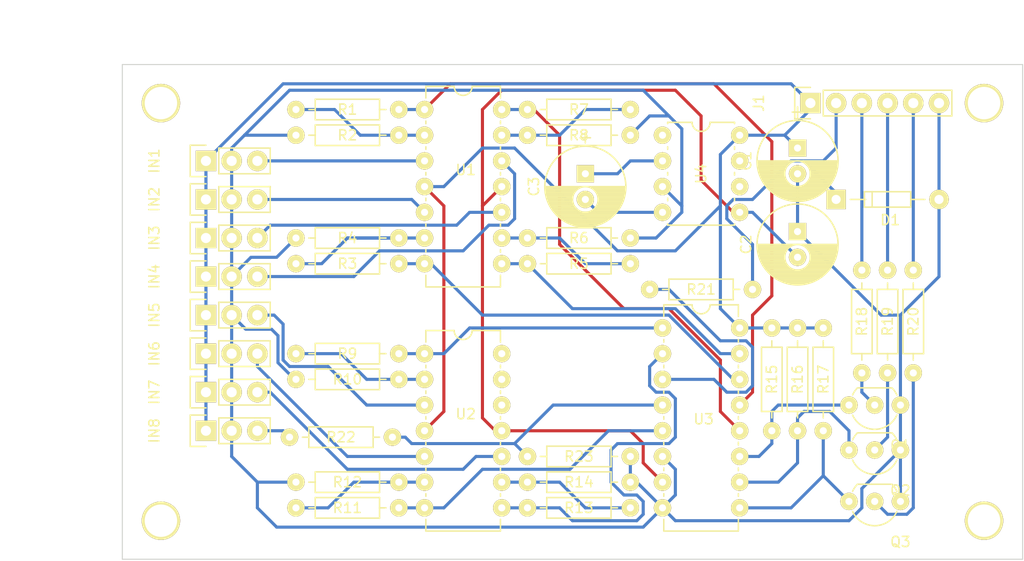
<source format=kicad_pcb>
(kicad_pcb (version 4) (host pcbnew 4.0.1-stable)

  (general
    (links 100)
    (no_connects 0)
    (area 97.104999 79.959999 186.105001 128.955001)
    (thickness 1.6)
    (drawings 6)
    (tracks 288)
    (zones 0)
    (modules 47)
    (nets 43)
  )

  (page A4)
  (layers
    (0 F.Cu signal)
    (31 B.Cu signal)
    (32 B.Adhes user)
    (33 F.Adhes user)
    (34 B.Paste user)
    (35 F.Paste user)
    (36 B.SilkS user)
    (37 F.SilkS user)
    (38 B.Mask user)
    (39 F.Mask user)
    (40 Dwgs.User user)
    (41 Cmts.User user)
    (42 Eco1.User user)
    (43 Eco2.User user)
    (44 Edge.Cuts user)
    (45 Margin user)
    (46 B.CrtYd user)
    (47 F.CrtYd user)
    (48 B.Fab user)
    (49 F.Fab user)
  )

  (setup
    (last_trace_width 0.3048)
    (trace_clearance 0.2)
    (zone_clearance 0.508)
    (zone_45_only no)
    (trace_min 0.2)
    (segment_width 0.2)
    (edge_width 0.1)
    (via_size 0.6)
    (via_drill 0.4)
    (via_min_size 0.4)
    (via_min_drill 0.3)
    (uvia_size 0.3)
    (uvia_drill 0.1)
    (uvias_allowed no)
    (uvia_min_size 0.2)
    (uvia_min_drill 0.1)
    (pcb_text_width 0.3)
    (pcb_text_size 1.5 1.5)
    (mod_edge_width 0.15)
    (mod_text_size 1 1)
    (mod_text_width 0.15)
    (pad_size 2.016 2.016)
    (pad_drill 1)
    (pad_to_mask_clearance 0)
    (aux_axis_origin 0 0)
    (visible_elements 7FFEFFFF)
    (pcbplotparams
      (layerselection 0x01000_80000000)
      (usegerberextensions true)
      (excludeedgelayer true)
      (linewidth 0.100000)
      (plotframeref false)
      (viasonmask false)
      (mode 1)
      (useauxorigin false)
      (hpglpennumber 1)
      (hpglpenspeed 20)
      (hpglpendiameter 15)
      (hpglpenoverlay 2)
      (psnegative false)
      (psa4output false)
      (plotreference false)
      (plotvalue false)
      (plotinvisibletext false)
      (padsonsilk false)
      (subtractmaskfromsilk false)
      (outputformat 1)
      (mirror false)
      (drillshape 0)
      (scaleselection 1)
      (outputdirectory ""))
  )

  (net 0 "")
  (net 1 +9V)
  (net 2 GND)
  (net 3 "Net-(C2-Pad2)")
  (net 4 "Net-(C3-Pad1)")
  (net 5 "Net-(C3-Pad2)")
  (net 6 "Net-(D1-Pad1)")
  (net 7 CH7)
  (net 8 "Net-(J1-Pad3)")
  (net 9 "Net-(J1-Pad4)")
  (net 10 "Net-(J1-Pad5)")
  (net 11 "Net-(Q1-Pad2)")
  (net 12 "Net-(Q2-Pad2)")
  (net 13 "Net-(Q3-Pad2)")
  (net 14 CH0)
  (net 15 "Net-(R1-Pad2)")
  (net 16 CH1)
  (net 17 "Net-(R3-Pad2)")
  (net 18 CH2)
  (net 19 "Net-(R5-Pad2)")
  (net 20 CH3)
  (net 21 "Net-(R7-Pad2)")
  (net 22 CH4)
  (net 23 "Net-(R10-Pad1)")
  (net 24 CH5)
  (net 25 "Net-(R11-Pad2)")
  (net 26 CH6)
  (net 27 "Net-(R13-Pad2)")
  (net 28 "Net-(Q1-Pad3)")
  (net 29 "Net-(Q2-Pad3)")
  (net 30 "Net-(Q3-Pad3)")
  (net 31 "Net-(R21-Pad1)")
  (net 32 "Net-(U4-Pad1)")
  (net 33 "Net-(U4-Pad6)")
  (net 34 "Net-(U4-Pad7)")
  (net 35 "Net-(IN1-Pad3)")
  (net 36 "Net-(IN2-Pad3)")
  (net 37 "Net-(IN3-Pad3)")
  (net 38 "Net-(IN4-Pad3)")
  (net 39 "Net-(IN5-Pad3)")
  (net 40 "Net-(IN6-Pad3)")
  (net 41 "Net-(IN7-Pad3)")
  (net 42 "Net-(IN8-Pad3)")

  (net_class Default "This is the default net class."
    (clearance 0.2)
    (trace_width 0.3048)
    (via_dia 0.6)
    (via_drill 0.4)
    (uvia_dia 0.3)
    (uvia_drill 0.1)
    (add_net +9V)
    (add_net CH0)
    (add_net CH1)
    (add_net CH2)
    (add_net CH3)
    (add_net CH4)
    (add_net CH5)
    (add_net CH6)
    (add_net CH7)
    (add_net GND)
    (add_net "Net-(C2-Pad2)")
    (add_net "Net-(C3-Pad1)")
    (add_net "Net-(C3-Pad2)")
    (add_net "Net-(D1-Pad1)")
    (add_net "Net-(IN1-Pad3)")
    (add_net "Net-(IN2-Pad3)")
    (add_net "Net-(IN3-Pad3)")
    (add_net "Net-(IN4-Pad3)")
    (add_net "Net-(IN5-Pad3)")
    (add_net "Net-(IN6-Pad3)")
    (add_net "Net-(IN7-Pad3)")
    (add_net "Net-(IN8-Pad3)")
    (add_net "Net-(J1-Pad3)")
    (add_net "Net-(J1-Pad4)")
    (add_net "Net-(J1-Pad5)")
    (add_net "Net-(Q1-Pad2)")
    (add_net "Net-(Q1-Pad3)")
    (add_net "Net-(Q2-Pad2)")
    (add_net "Net-(Q2-Pad3)")
    (add_net "Net-(Q3-Pad2)")
    (add_net "Net-(Q3-Pad3)")
    (add_net "Net-(R1-Pad2)")
    (add_net "Net-(R10-Pad1)")
    (add_net "Net-(R11-Pad2)")
    (add_net "Net-(R13-Pad2)")
    (add_net "Net-(R21-Pad1)")
    (add_net "Net-(R3-Pad2)")
    (add_net "Net-(R5-Pad2)")
    (add_net "Net-(R7-Pad2)")
    (add_net "Net-(U4-Pad1)")
    (add_net "Net-(U4-Pad6)")
    (add_net "Net-(U4-Pad7)")
  )

  (module "Custom Footprint:Cap_Pol_Radial_D8_P2" (layer F.Cu) (tedit 57E01CAC) (tstamp 5836AEB0)
    (at 163.83 88.265 270)
    (descr "Radial Electrolytic Capacitor Diameter 8mm x Length 13mm, Pitch 3.8mm")
    (tags "Electrolytic Capacitor")
    (path /5836CF77)
    (fp_text reference C1 (at 1.27 5.08 270) (layer F.SilkS)
      (effects (font (size 1 1) (thickness 0.15)))
    )
    (fp_text value 10uF (at 1.27 -4.826 270) (layer F.Fab)
      (effects (font (size 1 1) (thickness 0.15)))
    )
    (fp_line (start 1.27 -0.5715) (end 1.397 -0.6985) (layer F.SilkS) (width 0.15))
    (fp_line (start 1.397 -0.6985) (end 1.397 -3.8735) (layer F.SilkS) (width 0.15))
    (fp_line (start 1.397 3.937) (end 1.397 0.635) (layer F.SilkS) (width 0.15))
    (fp_line (start 1.524 3.937) (end 1.524 0.8255) (layer F.SilkS) (width 0.15))
    (fp_line (start 1.524 0.8255) (end 1.651 0.9525) (layer F.SilkS) (width 0.15))
    (fp_line (start 1.651 0.9525) (end 1.651 3.937) (layer F.SilkS) (width 0.15))
    (fp_line (start 1.651 3.937) (end 1.778 3.937) (layer F.SilkS) (width 0.15))
    (fp_line (start 1.778 3.937) (end 1.778 1.0795) (layer F.SilkS) (width 0.15))
    (fp_line (start 1.778 1.0795) (end 1.905 1.143) (layer F.SilkS) (width 0.15))
    (fp_line (start 1.905 1.143) (end 1.905 3.937) (layer F.SilkS) (width 0.15))
    (fp_line (start 1.905 3.937) (end 2.032 3.8735) (layer F.SilkS) (width 0.15))
    (fp_line (start 2.032 3.8735) (end 2.032 1.2065) (layer F.SilkS) (width 0.15))
    (fp_line (start 2.032 1.2065) (end 2.159 1.27) (layer F.SilkS) (width 0.15))
    (fp_line (start 2.159 1.27) (end 2.159 3.81) (layer F.SilkS) (width 0.15))
    (fp_line (start 2.159 3.81) (end 2.286 3.81) (layer F.SilkS) (width 0.15))
    (fp_line (start 2.286 3.81) (end 2.286 1.27) (layer F.SilkS) (width 0.15))
    (fp_line (start 2.286 1.27) (end 2.413 1.27) (layer F.SilkS) (width 0.15))
    (fp_line (start 2.413 1.27) (end 2.413 3.81) (layer F.SilkS) (width 0.15))
    (fp_line (start 2.413 3.81) (end 2.54 3.7465) (layer F.SilkS) (width 0.15))
    (fp_line (start 2.54 3.7465) (end 2.54 1.3335) (layer F.SilkS) (width 0.15))
    (fp_line (start 2.54 1.3335) (end 2.667 1.3335) (layer F.SilkS) (width 0.15))
    (fp_line (start 2.667 1.3335) (end 2.667 3.683) (layer F.SilkS) (width 0.15))
    (fp_line (start 2.667 3.683) (end 2.794 3.6195) (layer F.SilkS) (width 0.15))
    (fp_line (start 2.794 3.6195) (end 2.794 1.27) (layer F.SilkS) (width 0.15))
    (fp_line (start 2.794 1.27) (end 2.921 1.2065) (layer F.SilkS) (width 0.15))
    (fp_line (start 2.921 1.2065) (end 2.921 3.6195) (layer F.SilkS) (width 0.15))
    (fp_line (start 2.921 3.6195) (end 3.048 3.4925) (layer F.SilkS) (width 0.15))
    (fp_line (start 3.048 3.4925) (end 3.048 1.2065) (layer F.SilkS) (width 0.15))
    (fp_line (start 3.048 1.2065) (end 3.175 1.143) (layer F.SilkS) (width 0.15))
    (fp_line (start 3.175 1.143) (end 3.175 3.4925) (layer F.SilkS) (width 0.15))
    (fp_line (start 3.175 3.4925) (end 3.302 3.3655) (layer F.SilkS) (width 0.15))
    (fp_line (start 3.302 3.3655) (end 3.302 1.016) (layer F.SilkS) (width 0.15))
    (fp_line (start 3.302 1.016) (end 3.429 0.9525) (layer F.SilkS) (width 0.15))
    (fp_line (start 3.429 0.9525) (end 3.429 3.3655) (layer F.SilkS) (width 0.15))
    (fp_line (start 3.429 3.3655) (end 3.556 3.175) (layer F.SilkS) (width 0.15))
    (fp_line (start 3.556 3.175) (end 3.556 0.8255) (layer F.SilkS) (width 0.15))
    (fp_line (start 3.556 0.8255) (end 3.683 0.635) (layer F.SilkS) (width 0.15))
    (fp_line (start 3.683 0.635) (end 3.683 3.1115) (layer F.SilkS) (width 0.15))
    (fp_line (start 1.524 -3.937) (end 1.524 -0.8255) (layer F.SilkS) (width 0.15))
    (fp_line (start 1.524 -0.8255) (end 1.651 -0.9525) (layer F.SilkS) (width 0.15))
    (fp_line (start 1.651 -0.9525) (end 1.651 -3.937) (layer F.SilkS) (width 0.15))
    (fp_line (start 1.651 -3.937) (end 1.778 -3.8735) (layer F.SilkS) (width 0.15))
    (fp_line (start 1.778 -3.8735) (end 1.778 -1.0795) (layer F.SilkS) (width 0.15))
    (fp_line (start 1.778 -1.0795) (end 1.905 -1.2065) (layer F.SilkS) (width 0.15))
    (fp_line (start 1.905 -1.2065) (end 1.905 -3.937) (layer F.SilkS) (width 0.15))
    (fp_line (start 1.905 -3.937) (end 2.032 -3.8735) (layer F.SilkS) (width 0.15))
    (fp_line (start 2.032 -3.8735) (end 2.032 -1.2065) (layer F.SilkS) (width 0.15))
    (fp_line (start 2.032 -1.2065) (end 2.159 -1.27) (layer F.SilkS) (width 0.15))
    (fp_line (start 2.159 -1.27) (end 2.159 -3.81) (layer F.SilkS) (width 0.15))
    (fp_line (start 2.159 -3.81) (end 2.286 -3.81) (layer F.SilkS) (width 0.15))
    (fp_line (start 2.286 -3.81) (end 2.286 -1.27) (layer F.SilkS) (width 0.15))
    (fp_line (start 2.286 -1.27) (end 2.413 -1.27) (layer F.SilkS) (width 0.15))
    (fp_line (start 2.413 -1.27) (end 2.413 -3.81) (layer F.SilkS) (width 0.15))
    (fp_line (start 2.413 -3.81) (end 2.54 -3.7465) (layer F.SilkS) (width 0.15))
    (fp_line (start 2.54 -3.7465) (end 2.54 -1.27) (layer F.SilkS) (width 0.15))
    (fp_line (start 2.54 -1.27) (end 2.667 -1.27) (layer F.SilkS) (width 0.15))
    (fp_line (start 2.667 -1.27) (end 2.667 -3.7465) (layer F.SilkS) (width 0.15))
    (fp_line (start 2.667 -3.7465) (end 2.794 -3.683) (layer F.SilkS) (width 0.15))
    (fp_line (start 2.794 -3.683) (end 2.794 -1.27) (layer F.SilkS) (width 0.15))
    (fp_line (start 2.794 -1.27) (end 2.921 -1.27) (layer F.SilkS) (width 0.15))
    (fp_line (start 2.921 -1.27) (end 2.921 -3.6195) (layer F.SilkS) (width 0.15))
    (fp_line (start 2.921 -3.6195) (end 3.048 -3.556) (layer F.SilkS) (width 0.15))
    (fp_line (start 3.048 -3.556) (end 3.048 -1.2065) (layer F.SilkS) (width 0.15))
    (fp_line (start 3.048 -1.2065) (end 3.175 -1.143) (layer F.SilkS) (width 0.15))
    (fp_line (start 3.175 -1.143) (end 3.175 -3.4925) (layer F.SilkS) (width 0.15))
    (fp_line (start 3.175 -3.4925) (end 3.302 -3.429) (layer F.SilkS) (width 0.15))
    (fp_line (start 3.302 -3.429) (end 3.302 -1.016) (layer F.SilkS) (width 0.15))
    (fp_line (start 3.302 -1.016) (end 3.429 -0.9525) (layer F.SilkS) (width 0.15))
    (fp_line (start 3.429 -0.9525) (end 3.429 -3.302) (layer F.SilkS) (width 0.15))
    (fp_line (start 3.429 -3.302) (end 3.556 -3.2385) (layer F.SilkS) (width 0.15))
    (fp_line (start 3.556 -3.2385) (end 3.556 -0.8255) (layer F.SilkS) (width 0.15))
    (fp_line (start 3.556 -0.8255) (end 3.683 -0.635) (layer F.SilkS) (width 0.15))
    (fp_line (start 3.683 -0.635) (end 3.683 -3.1115) (layer F.SilkS) (width 0.15))
    (fp_line (start -3.556 -0.508) (end -3.556 0.508) (layer F.SilkS) (width 0.15))
    (fp_line (start -3.556 0.508) (end -3.556 0) (layer F.SilkS) (width 0.15))
    (fp_line (start -3.556 0) (end -4.064 0) (layer F.SilkS) (width 0.15))
    (fp_line (start -4.064 0) (end -3.048 0) (layer F.SilkS) (width 0.15))
    (fp_line (start 3.81 -2.9845) (end 4.191 -2.6035) (layer F.SilkS) (width 0.15))
    (fp_line (start 4.7625 -1.905) (end 4.6355 -1.9685) (layer F.SilkS) (width 0.15))
    (fp_line (start 4.6355 -1.9685) (end 4.445 -2.032) (layer F.SilkS) (width 0.15))
    (fp_line (start 5.0165 1.2065) (end 5.0165 1.016) (layer F.SilkS) (width 0.15))
    (fp_line (start 3.937 2.8575) (end 4.064 2.7305) (layer F.SilkS) (width 0.15))
    (fp_line (start 4.445 2.2225) (end 4.5085 2.159) (layer F.SilkS) (width 0.15))
    (fp_circle (center 2.54 0) (end 3.81 0) (layer F.SilkS) (width 0.15))
    (fp_line (start 1.27 -4.0005) (end 1.27 3.937) (layer F.SilkS) (width 0.15))
    (fp_line (start 1.27 3.937) (end 1.397 3.937) (layer F.SilkS) (width 0.15))
    (fp_line (start 3.683 -3.175) (end 3.81 -3.048) (layer F.SilkS) (width 0.15))
    (fp_line (start 3.81 -3.048) (end 3.81 3.048) (layer F.SilkS) (width 0.15))
    (fp_line (start 3.81 3.048) (end 3.937 2.8575) (layer F.SilkS) (width 0.15))
    (fp_line (start 3.937 2.8575) (end 3.937 -2.8575) (layer F.SilkS) (width 0.15))
    (fp_line (start 3.937 -2.8575) (end 4.064 -2.794) (layer F.SilkS) (width 0.15))
    (fp_line (start 4.064 -2.794) (end 4.064 2.7305) (layer F.SilkS) (width 0.15))
    (fp_line (start 4.064 2.7305) (end 4.191 2.6035) (layer F.SilkS) (width 0.15))
    (fp_line (start 4.191 2.6035) (end 4.191 -2.6035) (layer F.SilkS) (width 0.15))
    (fp_line (start 4.191 -2.6035) (end 4.318 -2.4765) (layer F.SilkS) (width 0.15))
    (fp_line (start 4.318 -2.4765) (end 4.318 2.4765) (layer F.SilkS) (width 0.15))
    (fp_line (start 4.318 2.4765) (end 4.445 2.3495) (layer F.SilkS) (width 0.15))
    (fp_line (start 4.445 2.3495) (end 4.445 -2.413) (layer F.SilkS) (width 0.15))
    (fp_line (start 4.445 -2.413) (end 4.572 -2.159) (layer F.SilkS) (width 0.15))
    (fp_line (start 4.572 -2.159) (end 4.572 2.0955) (layer F.SilkS) (width 0.15))
    (fp_line (start 4.572 2.0955) (end 4.699 1.905) (layer F.SilkS) (width 0.15))
    (fp_line (start 4.699 1.905) (end 4.699 -1.905) (layer F.SilkS) (width 0.15))
    (fp_line (start 4.699 -1.905) (end 4.826 -1.651) (layer F.SilkS) (width 0.15))
    (fp_line (start 4.826 -1.651) (end 4.826 1.7145) (layer F.SilkS) (width 0.15))
    (fp_line (start 4.826 1.7145) (end 4.953 1.3335) (layer F.SilkS) (width 0.15))
    (fp_line (start 4.953 1.3335) (end 4.953 -1.4605) (layer F.SilkS) (width 0.15))
    (fp_line (start 4.953 -1.4605) (end 5.08 -1.0795) (layer F.SilkS) (width 0.15))
    (fp_line (start 5.08 -1.0795) (end 5.08 1.016) (layer F.SilkS) (width 0.15))
    (fp_line (start 5.08 1.016) (end 5.1435 0.6985) (layer F.SilkS) (width 0.15))
    (fp_line (start 5.1435 0.6985) (end 5.1435 -0.5715) (layer F.SilkS) (width 0.15))
    (fp_circle (center 1.27 0) (end 5.27 0) (layer F.SilkS) (width 0.15))
    (pad 1 thru_hole rect (at 0 0 270) (size 1.716 1.716) (drill 0.7) (layers *.Cu *.Mask F.SilkS)
      (net 1 +9V))
    (pad 2 thru_hole circle (at 2.54 0 270) (size 1.716 1.716) (drill 0.7) (layers *.Cu *.Mask F.SilkS)
      (net 2 GND))
    (model Capacitors_ThroughHole.3dshapes/C_Radial_D8_L13_P3.8.wrl
      (at (xyz 0.0748031 0 0))
      (scale (xyz 1 1 1))
      (rotate (xyz 0 0 90))
    )
  )

  (module "Custom Footprint:Cap_Pol_Radial_D8_P2" (layer F.Cu) (tedit 57E01CAC) (tstamp 5836AF25)
    (at 163.83 96.52 270)
    (descr "Radial Electrolytic Capacitor Diameter 8mm x Length 13mm, Pitch 3.8mm")
    (tags "Electrolytic Capacitor")
    (path /5836D0CF)
    (fp_text reference C2 (at 1.27 5.08 270) (layer F.SilkS)
      (effects (font (size 1 1) (thickness 0.15)))
    )
    (fp_text value 10uF (at 1.27 -4.826 270) (layer F.Fab)
      (effects (font (size 1 1) (thickness 0.15)))
    )
    (fp_line (start 1.27 -0.5715) (end 1.397 -0.6985) (layer F.SilkS) (width 0.15))
    (fp_line (start 1.397 -0.6985) (end 1.397 -3.8735) (layer F.SilkS) (width 0.15))
    (fp_line (start 1.397 3.937) (end 1.397 0.635) (layer F.SilkS) (width 0.15))
    (fp_line (start 1.524 3.937) (end 1.524 0.8255) (layer F.SilkS) (width 0.15))
    (fp_line (start 1.524 0.8255) (end 1.651 0.9525) (layer F.SilkS) (width 0.15))
    (fp_line (start 1.651 0.9525) (end 1.651 3.937) (layer F.SilkS) (width 0.15))
    (fp_line (start 1.651 3.937) (end 1.778 3.937) (layer F.SilkS) (width 0.15))
    (fp_line (start 1.778 3.937) (end 1.778 1.0795) (layer F.SilkS) (width 0.15))
    (fp_line (start 1.778 1.0795) (end 1.905 1.143) (layer F.SilkS) (width 0.15))
    (fp_line (start 1.905 1.143) (end 1.905 3.937) (layer F.SilkS) (width 0.15))
    (fp_line (start 1.905 3.937) (end 2.032 3.8735) (layer F.SilkS) (width 0.15))
    (fp_line (start 2.032 3.8735) (end 2.032 1.2065) (layer F.SilkS) (width 0.15))
    (fp_line (start 2.032 1.2065) (end 2.159 1.27) (layer F.SilkS) (width 0.15))
    (fp_line (start 2.159 1.27) (end 2.159 3.81) (layer F.SilkS) (width 0.15))
    (fp_line (start 2.159 3.81) (end 2.286 3.81) (layer F.SilkS) (width 0.15))
    (fp_line (start 2.286 3.81) (end 2.286 1.27) (layer F.SilkS) (width 0.15))
    (fp_line (start 2.286 1.27) (end 2.413 1.27) (layer F.SilkS) (width 0.15))
    (fp_line (start 2.413 1.27) (end 2.413 3.81) (layer F.SilkS) (width 0.15))
    (fp_line (start 2.413 3.81) (end 2.54 3.7465) (layer F.SilkS) (width 0.15))
    (fp_line (start 2.54 3.7465) (end 2.54 1.3335) (layer F.SilkS) (width 0.15))
    (fp_line (start 2.54 1.3335) (end 2.667 1.3335) (layer F.SilkS) (width 0.15))
    (fp_line (start 2.667 1.3335) (end 2.667 3.683) (layer F.SilkS) (width 0.15))
    (fp_line (start 2.667 3.683) (end 2.794 3.6195) (layer F.SilkS) (width 0.15))
    (fp_line (start 2.794 3.6195) (end 2.794 1.27) (layer F.SilkS) (width 0.15))
    (fp_line (start 2.794 1.27) (end 2.921 1.2065) (layer F.SilkS) (width 0.15))
    (fp_line (start 2.921 1.2065) (end 2.921 3.6195) (layer F.SilkS) (width 0.15))
    (fp_line (start 2.921 3.6195) (end 3.048 3.4925) (layer F.SilkS) (width 0.15))
    (fp_line (start 3.048 3.4925) (end 3.048 1.2065) (layer F.SilkS) (width 0.15))
    (fp_line (start 3.048 1.2065) (end 3.175 1.143) (layer F.SilkS) (width 0.15))
    (fp_line (start 3.175 1.143) (end 3.175 3.4925) (layer F.SilkS) (width 0.15))
    (fp_line (start 3.175 3.4925) (end 3.302 3.3655) (layer F.SilkS) (width 0.15))
    (fp_line (start 3.302 3.3655) (end 3.302 1.016) (layer F.SilkS) (width 0.15))
    (fp_line (start 3.302 1.016) (end 3.429 0.9525) (layer F.SilkS) (width 0.15))
    (fp_line (start 3.429 0.9525) (end 3.429 3.3655) (layer F.SilkS) (width 0.15))
    (fp_line (start 3.429 3.3655) (end 3.556 3.175) (layer F.SilkS) (width 0.15))
    (fp_line (start 3.556 3.175) (end 3.556 0.8255) (layer F.SilkS) (width 0.15))
    (fp_line (start 3.556 0.8255) (end 3.683 0.635) (layer F.SilkS) (width 0.15))
    (fp_line (start 3.683 0.635) (end 3.683 3.1115) (layer F.SilkS) (width 0.15))
    (fp_line (start 1.524 -3.937) (end 1.524 -0.8255) (layer F.SilkS) (width 0.15))
    (fp_line (start 1.524 -0.8255) (end 1.651 -0.9525) (layer F.SilkS) (width 0.15))
    (fp_line (start 1.651 -0.9525) (end 1.651 -3.937) (layer F.SilkS) (width 0.15))
    (fp_line (start 1.651 -3.937) (end 1.778 -3.8735) (layer F.SilkS) (width 0.15))
    (fp_line (start 1.778 -3.8735) (end 1.778 -1.0795) (layer F.SilkS) (width 0.15))
    (fp_line (start 1.778 -1.0795) (end 1.905 -1.2065) (layer F.SilkS) (width 0.15))
    (fp_line (start 1.905 -1.2065) (end 1.905 -3.937) (layer F.SilkS) (width 0.15))
    (fp_line (start 1.905 -3.937) (end 2.032 -3.8735) (layer F.SilkS) (width 0.15))
    (fp_line (start 2.032 -3.8735) (end 2.032 -1.2065) (layer F.SilkS) (width 0.15))
    (fp_line (start 2.032 -1.2065) (end 2.159 -1.27) (layer F.SilkS) (width 0.15))
    (fp_line (start 2.159 -1.27) (end 2.159 -3.81) (layer F.SilkS) (width 0.15))
    (fp_line (start 2.159 -3.81) (end 2.286 -3.81) (layer F.SilkS) (width 0.15))
    (fp_line (start 2.286 -3.81) (end 2.286 -1.27) (layer F.SilkS) (width 0.15))
    (fp_line (start 2.286 -1.27) (end 2.413 -1.27) (layer F.SilkS) (width 0.15))
    (fp_line (start 2.413 -1.27) (end 2.413 -3.81) (layer F.SilkS) (width 0.15))
    (fp_line (start 2.413 -3.81) (end 2.54 -3.7465) (layer F.SilkS) (width 0.15))
    (fp_line (start 2.54 -3.7465) (end 2.54 -1.27) (layer F.SilkS) (width 0.15))
    (fp_line (start 2.54 -1.27) (end 2.667 -1.27) (layer F.SilkS) (width 0.15))
    (fp_line (start 2.667 -1.27) (end 2.667 -3.7465) (layer F.SilkS) (width 0.15))
    (fp_line (start 2.667 -3.7465) (end 2.794 -3.683) (layer F.SilkS) (width 0.15))
    (fp_line (start 2.794 -3.683) (end 2.794 -1.27) (layer F.SilkS) (width 0.15))
    (fp_line (start 2.794 -1.27) (end 2.921 -1.27) (layer F.SilkS) (width 0.15))
    (fp_line (start 2.921 -1.27) (end 2.921 -3.6195) (layer F.SilkS) (width 0.15))
    (fp_line (start 2.921 -3.6195) (end 3.048 -3.556) (layer F.SilkS) (width 0.15))
    (fp_line (start 3.048 -3.556) (end 3.048 -1.2065) (layer F.SilkS) (width 0.15))
    (fp_line (start 3.048 -1.2065) (end 3.175 -1.143) (layer F.SilkS) (width 0.15))
    (fp_line (start 3.175 -1.143) (end 3.175 -3.4925) (layer F.SilkS) (width 0.15))
    (fp_line (start 3.175 -3.4925) (end 3.302 -3.429) (layer F.SilkS) (width 0.15))
    (fp_line (start 3.302 -3.429) (end 3.302 -1.016) (layer F.SilkS) (width 0.15))
    (fp_line (start 3.302 -1.016) (end 3.429 -0.9525) (layer F.SilkS) (width 0.15))
    (fp_line (start 3.429 -0.9525) (end 3.429 -3.302) (layer F.SilkS) (width 0.15))
    (fp_line (start 3.429 -3.302) (end 3.556 -3.2385) (layer F.SilkS) (width 0.15))
    (fp_line (start 3.556 -3.2385) (end 3.556 -0.8255) (layer F.SilkS) (width 0.15))
    (fp_line (start 3.556 -0.8255) (end 3.683 -0.635) (layer F.SilkS) (width 0.15))
    (fp_line (start 3.683 -0.635) (end 3.683 -3.1115) (layer F.SilkS) (width 0.15))
    (fp_line (start -3.556 -0.508) (end -3.556 0.508) (layer F.SilkS) (width 0.15))
    (fp_line (start -3.556 0.508) (end -3.556 0) (layer F.SilkS) (width 0.15))
    (fp_line (start -3.556 0) (end -4.064 0) (layer F.SilkS) (width 0.15))
    (fp_line (start -4.064 0) (end -3.048 0) (layer F.SilkS) (width 0.15))
    (fp_line (start 3.81 -2.9845) (end 4.191 -2.6035) (layer F.SilkS) (width 0.15))
    (fp_line (start 4.7625 -1.905) (end 4.6355 -1.9685) (layer F.SilkS) (width 0.15))
    (fp_line (start 4.6355 -1.9685) (end 4.445 -2.032) (layer F.SilkS) (width 0.15))
    (fp_line (start 5.0165 1.2065) (end 5.0165 1.016) (layer F.SilkS) (width 0.15))
    (fp_line (start 3.937 2.8575) (end 4.064 2.7305) (layer F.SilkS) (width 0.15))
    (fp_line (start 4.445 2.2225) (end 4.5085 2.159) (layer F.SilkS) (width 0.15))
    (fp_circle (center 2.54 0) (end 3.81 0) (layer F.SilkS) (width 0.15))
    (fp_line (start 1.27 -4.0005) (end 1.27 3.937) (layer F.SilkS) (width 0.15))
    (fp_line (start 1.27 3.937) (end 1.397 3.937) (layer F.SilkS) (width 0.15))
    (fp_line (start 3.683 -3.175) (end 3.81 -3.048) (layer F.SilkS) (width 0.15))
    (fp_line (start 3.81 -3.048) (end 3.81 3.048) (layer F.SilkS) (width 0.15))
    (fp_line (start 3.81 3.048) (end 3.937 2.8575) (layer F.SilkS) (width 0.15))
    (fp_line (start 3.937 2.8575) (end 3.937 -2.8575) (layer F.SilkS) (width 0.15))
    (fp_line (start 3.937 -2.8575) (end 4.064 -2.794) (layer F.SilkS) (width 0.15))
    (fp_line (start 4.064 -2.794) (end 4.064 2.7305) (layer F.SilkS) (width 0.15))
    (fp_line (start 4.064 2.7305) (end 4.191 2.6035) (layer F.SilkS) (width 0.15))
    (fp_line (start 4.191 2.6035) (end 4.191 -2.6035) (layer F.SilkS) (width 0.15))
    (fp_line (start 4.191 -2.6035) (end 4.318 -2.4765) (layer F.SilkS) (width 0.15))
    (fp_line (start 4.318 -2.4765) (end 4.318 2.4765) (layer F.SilkS) (width 0.15))
    (fp_line (start 4.318 2.4765) (end 4.445 2.3495) (layer F.SilkS) (width 0.15))
    (fp_line (start 4.445 2.3495) (end 4.445 -2.413) (layer F.SilkS) (width 0.15))
    (fp_line (start 4.445 -2.413) (end 4.572 -2.159) (layer F.SilkS) (width 0.15))
    (fp_line (start 4.572 -2.159) (end 4.572 2.0955) (layer F.SilkS) (width 0.15))
    (fp_line (start 4.572 2.0955) (end 4.699 1.905) (layer F.SilkS) (width 0.15))
    (fp_line (start 4.699 1.905) (end 4.699 -1.905) (layer F.SilkS) (width 0.15))
    (fp_line (start 4.699 -1.905) (end 4.826 -1.651) (layer F.SilkS) (width 0.15))
    (fp_line (start 4.826 -1.651) (end 4.826 1.7145) (layer F.SilkS) (width 0.15))
    (fp_line (start 4.826 1.7145) (end 4.953 1.3335) (layer F.SilkS) (width 0.15))
    (fp_line (start 4.953 1.3335) (end 4.953 -1.4605) (layer F.SilkS) (width 0.15))
    (fp_line (start 4.953 -1.4605) (end 5.08 -1.0795) (layer F.SilkS) (width 0.15))
    (fp_line (start 5.08 -1.0795) (end 5.08 1.016) (layer F.SilkS) (width 0.15))
    (fp_line (start 5.08 1.016) (end 5.1435 0.6985) (layer F.SilkS) (width 0.15))
    (fp_line (start 5.1435 0.6985) (end 5.1435 -0.5715) (layer F.SilkS) (width 0.15))
    (fp_circle (center 1.27 0) (end 5.27 0) (layer F.SilkS) (width 0.15))
    (pad 1 thru_hole rect (at 0 0 270) (size 1.716 1.716) (drill 0.7) (layers *.Cu *.Mask F.SilkS)
      (net 2 GND))
    (pad 2 thru_hole circle (at 2.54 0 270) (size 1.716 1.716) (drill 0.7) (layers *.Cu *.Mask F.SilkS)
      (net 3 "Net-(C2-Pad2)"))
    (model Capacitors_ThroughHole.3dshapes/C_Radial_D8_L13_P3.8.wrl
      (at (xyz 0.0748031 0 0))
      (scale (xyz 1 1 1))
      (rotate (xyz 0 0 90))
    )
  )

  (module "Custom Footprint:Cap_Pol_Radial_D8_P2" (layer F.Cu) (tedit 57E01CAC) (tstamp 5836AF9A)
    (at 142.875 90.805 270)
    (descr "Radial Electrolytic Capacitor Diameter 8mm x Length 13mm, Pitch 3.8mm")
    (tags "Electrolytic Capacitor")
    (path /5836CC38)
    (fp_text reference C3 (at 1.27 5.08 270) (layer F.SilkS)
      (effects (font (size 1 1) (thickness 0.15)))
    )
    (fp_text value 10uF (at 1.27 -4.826 270) (layer F.Fab)
      (effects (font (size 1 1) (thickness 0.15)))
    )
    (fp_line (start 1.27 -0.5715) (end 1.397 -0.6985) (layer F.SilkS) (width 0.15))
    (fp_line (start 1.397 -0.6985) (end 1.397 -3.8735) (layer F.SilkS) (width 0.15))
    (fp_line (start 1.397 3.937) (end 1.397 0.635) (layer F.SilkS) (width 0.15))
    (fp_line (start 1.524 3.937) (end 1.524 0.8255) (layer F.SilkS) (width 0.15))
    (fp_line (start 1.524 0.8255) (end 1.651 0.9525) (layer F.SilkS) (width 0.15))
    (fp_line (start 1.651 0.9525) (end 1.651 3.937) (layer F.SilkS) (width 0.15))
    (fp_line (start 1.651 3.937) (end 1.778 3.937) (layer F.SilkS) (width 0.15))
    (fp_line (start 1.778 3.937) (end 1.778 1.0795) (layer F.SilkS) (width 0.15))
    (fp_line (start 1.778 1.0795) (end 1.905 1.143) (layer F.SilkS) (width 0.15))
    (fp_line (start 1.905 1.143) (end 1.905 3.937) (layer F.SilkS) (width 0.15))
    (fp_line (start 1.905 3.937) (end 2.032 3.8735) (layer F.SilkS) (width 0.15))
    (fp_line (start 2.032 3.8735) (end 2.032 1.2065) (layer F.SilkS) (width 0.15))
    (fp_line (start 2.032 1.2065) (end 2.159 1.27) (layer F.SilkS) (width 0.15))
    (fp_line (start 2.159 1.27) (end 2.159 3.81) (layer F.SilkS) (width 0.15))
    (fp_line (start 2.159 3.81) (end 2.286 3.81) (layer F.SilkS) (width 0.15))
    (fp_line (start 2.286 3.81) (end 2.286 1.27) (layer F.SilkS) (width 0.15))
    (fp_line (start 2.286 1.27) (end 2.413 1.27) (layer F.SilkS) (width 0.15))
    (fp_line (start 2.413 1.27) (end 2.413 3.81) (layer F.SilkS) (width 0.15))
    (fp_line (start 2.413 3.81) (end 2.54 3.7465) (layer F.SilkS) (width 0.15))
    (fp_line (start 2.54 3.7465) (end 2.54 1.3335) (layer F.SilkS) (width 0.15))
    (fp_line (start 2.54 1.3335) (end 2.667 1.3335) (layer F.SilkS) (width 0.15))
    (fp_line (start 2.667 1.3335) (end 2.667 3.683) (layer F.SilkS) (width 0.15))
    (fp_line (start 2.667 3.683) (end 2.794 3.6195) (layer F.SilkS) (width 0.15))
    (fp_line (start 2.794 3.6195) (end 2.794 1.27) (layer F.SilkS) (width 0.15))
    (fp_line (start 2.794 1.27) (end 2.921 1.2065) (layer F.SilkS) (width 0.15))
    (fp_line (start 2.921 1.2065) (end 2.921 3.6195) (layer F.SilkS) (width 0.15))
    (fp_line (start 2.921 3.6195) (end 3.048 3.4925) (layer F.SilkS) (width 0.15))
    (fp_line (start 3.048 3.4925) (end 3.048 1.2065) (layer F.SilkS) (width 0.15))
    (fp_line (start 3.048 1.2065) (end 3.175 1.143) (layer F.SilkS) (width 0.15))
    (fp_line (start 3.175 1.143) (end 3.175 3.4925) (layer F.SilkS) (width 0.15))
    (fp_line (start 3.175 3.4925) (end 3.302 3.3655) (layer F.SilkS) (width 0.15))
    (fp_line (start 3.302 3.3655) (end 3.302 1.016) (layer F.SilkS) (width 0.15))
    (fp_line (start 3.302 1.016) (end 3.429 0.9525) (layer F.SilkS) (width 0.15))
    (fp_line (start 3.429 0.9525) (end 3.429 3.3655) (layer F.SilkS) (width 0.15))
    (fp_line (start 3.429 3.3655) (end 3.556 3.175) (layer F.SilkS) (width 0.15))
    (fp_line (start 3.556 3.175) (end 3.556 0.8255) (layer F.SilkS) (width 0.15))
    (fp_line (start 3.556 0.8255) (end 3.683 0.635) (layer F.SilkS) (width 0.15))
    (fp_line (start 3.683 0.635) (end 3.683 3.1115) (layer F.SilkS) (width 0.15))
    (fp_line (start 1.524 -3.937) (end 1.524 -0.8255) (layer F.SilkS) (width 0.15))
    (fp_line (start 1.524 -0.8255) (end 1.651 -0.9525) (layer F.SilkS) (width 0.15))
    (fp_line (start 1.651 -0.9525) (end 1.651 -3.937) (layer F.SilkS) (width 0.15))
    (fp_line (start 1.651 -3.937) (end 1.778 -3.8735) (layer F.SilkS) (width 0.15))
    (fp_line (start 1.778 -3.8735) (end 1.778 -1.0795) (layer F.SilkS) (width 0.15))
    (fp_line (start 1.778 -1.0795) (end 1.905 -1.2065) (layer F.SilkS) (width 0.15))
    (fp_line (start 1.905 -1.2065) (end 1.905 -3.937) (layer F.SilkS) (width 0.15))
    (fp_line (start 1.905 -3.937) (end 2.032 -3.8735) (layer F.SilkS) (width 0.15))
    (fp_line (start 2.032 -3.8735) (end 2.032 -1.2065) (layer F.SilkS) (width 0.15))
    (fp_line (start 2.032 -1.2065) (end 2.159 -1.27) (layer F.SilkS) (width 0.15))
    (fp_line (start 2.159 -1.27) (end 2.159 -3.81) (layer F.SilkS) (width 0.15))
    (fp_line (start 2.159 -3.81) (end 2.286 -3.81) (layer F.SilkS) (width 0.15))
    (fp_line (start 2.286 -3.81) (end 2.286 -1.27) (layer F.SilkS) (width 0.15))
    (fp_line (start 2.286 -1.27) (end 2.413 -1.27) (layer F.SilkS) (width 0.15))
    (fp_line (start 2.413 -1.27) (end 2.413 -3.81) (layer F.SilkS) (width 0.15))
    (fp_line (start 2.413 -3.81) (end 2.54 -3.7465) (layer F.SilkS) (width 0.15))
    (fp_line (start 2.54 -3.7465) (end 2.54 -1.27) (layer F.SilkS) (width 0.15))
    (fp_line (start 2.54 -1.27) (end 2.667 -1.27) (layer F.SilkS) (width 0.15))
    (fp_line (start 2.667 -1.27) (end 2.667 -3.7465) (layer F.SilkS) (width 0.15))
    (fp_line (start 2.667 -3.7465) (end 2.794 -3.683) (layer F.SilkS) (width 0.15))
    (fp_line (start 2.794 -3.683) (end 2.794 -1.27) (layer F.SilkS) (width 0.15))
    (fp_line (start 2.794 -1.27) (end 2.921 -1.27) (layer F.SilkS) (width 0.15))
    (fp_line (start 2.921 -1.27) (end 2.921 -3.6195) (layer F.SilkS) (width 0.15))
    (fp_line (start 2.921 -3.6195) (end 3.048 -3.556) (layer F.SilkS) (width 0.15))
    (fp_line (start 3.048 -3.556) (end 3.048 -1.2065) (layer F.SilkS) (width 0.15))
    (fp_line (start 3.048 -1.2065) (end 3.175 -1.143) (layer F.SilkS) (width 0.15))
    (fp_line (start 3.175 -1.143) (end 3.175 -3.4925) (layer F.SilkS) (width 0.15))
    (fp_line (start 3.175 -3.4925) (end 3.302 -3.429) (layer F.SilkS) (width 0.15))
    (fp_line (start 3.302 -3.429) (end 3.302 -1.016) (layer F.SilkS) (width 0.15))
    (fp_line (start 3.302 -1.016) (end 3.429 -0.9525) (layer F.SilkS) (width 0.15))
    (fp_line (start 3.429 -0.9525) (end 3.429 -3.302) (layer F.SilkS) (width 0.15))
    (fp_line (start 3.429 -3.302) (end 3.556 -3.2385) (layer F.SilkS) (width 0.15))
    (fp_line (start 3.556 -3.2385) (end 3.556 -0.8255) (layer F.SilkS) (width 0.15))
    (fp_line (start 3.556 -0.8255) (end 3.683 -0.635) (layer F.SilkS) (width 0.15))
    (fp_line (start 3.683 -0.635) (end 3.683 -3.1115) (layer F.SilkS) (width 0.15))
    (fp_line (start -3.556 -0.508) (end -3.556 0.508) (layer F.SilkS) (width 0.15))
    (fp_line (start -3.556 0.508) (end -3.556 0) (layer F.SilkS) (width 0.15))
    (fp_line (start -3.556 0) (end -4.064 0) (layer F.SilkS) (width 0.15))
    (fp_line (start -4.064 0) (end -3.048 0) (layer F.SilkS) (width 0.15))
    (fp_line (start 3.81 -2.9845) (end 4.191 -2.6035) (layer F.SilkS) (width 0.15))
    (fp_line (start 4.7625 -1.905) (end 4.6355 -1.9685) (layer F.SilkS) (width 0.15))
    (fp_line (start 4.6355 -1.9685) (end 4.445 -2.032) (layer F.SilkS) (width 0.15))
    (fp_line (start 5.0165 1.2065) (end 5.0165 1.016) (layer F.SilkS) (width 0.15))
    (fp_line (start 3.937 2.8575) (end 4.064 2.7305) (layer F.SilkS) (width 0.15))
    (fp_line (start 4.445 2.2225) (end 4.5085 2.159) (layer F.SilkS) (width 0.15))
    (fp_circle (center 2.54 0) (end 3.81 0) (layer F.SilkS) (width 0.15))
    (fp_line (start 1.27 -4.0005) (end 1.27 3.937) (layer F.SilkS) (width 0.15))
    (fp_line (start 1.27 3.937) (end 1.397 3.937) (layer F.SilkS) (width 0.15))
    (fp_line (start 3.683 -3.175) (end 3.81 -3.048) (layer F.SilkS) (width 0.15))
    (fp_line (start 3.81 -3.048) (end 3.81 3.048) (layer F.SilkS) (width 0.15))
    (fp_line (start 3.81 3.048) (end 3.937 2.8575) (layer F.SilkS) (width 0.15))
    (fp_line (start 3.937 2.8575) (end 3.937 -2.8575) (layer F.SilkS) (width 0.15))
    (fp_line (start 3.937 -2.8575) (end 4.064 -2.794) (layer F.SilkS) (width 0.15))
    (fp_line (start 4.064 -2.794) (end 4.064 2.7305) (layer F.SilkS) (width 0.15))
    (fp_line (start 4.064 2.7305) (end 4.191 2.6035) (layer F.SilkS) (width 0.15))
    (fp_line (start 4.191 2.6035) (end 4.191 -2.6035) (layer F.SilkS) (width 0.15))
    (fp_line (start 4.191 -2.6035) (end 4.318 -2.4765) (layer F.SilkS) (width 0.15))
    (fp_line (start 4.318 -2.4765) (end 4.318 2.4765) (layer F.SilkS) (width 0.15))
    (fp_line (start 4.318 2.4765) (end 4.445 2.3495) (layer F.SilkS) (width 0.15))
    (fp_line (start 4.445 2.3495) (end 4.445 -2.413) (layer F.SilkS) (width 0.15))
    (fp_line (start 4.445 -2.413) (end 4.572 -2.159) (layer F.SilkS) (width 0.15))
    (fp_line (start 4.572 -2.159) (end 4.572 2.0955) (layer F.SilkS) (width 0.15))
    (fp_line (start 4.572 2.0955) (end 4.699 1.905) (layer F.SilkS) (width 0.15))
    (fp_line (start 4.699 1.905) (end 4.699 -1.905) (layer F.SilkS) (width 0.15))
    (fp_line (start 4.699 -1.905) (end 4.826 -1.651) (layer F.SilkS) (width 0.15))
    (fp_line (start 4.826 -1.651) (end 4.826 1.7145) (layer F.SilkS) (width 0.15))
    (fp_line (start 4.826 1.7145) (end 4.953 1.3335) (layer F.SilkS) (width 0.15))
    (fp_line (start 4.953 1.3335) (end 4.953 -1.4605) (layer F.SilkS) (width 0.15))
    (fp_line (start 4.953 -1.4605) (end 5.08 -1.0795) (layer F.SilkS) (width 0.15))
    (fp_line (start 5.08 -1.0795) (end 5.08 1.016) (layer F.SilkS) (width 0.15))
    (fp_line (start 5.08 1.016) (end 5.1435 0.6985) (layer F.SilkS) (width 0.15))
    (fp_line (start 5.1435 0.6985) (end 5.1435 -0.5715) (layer F.SilkS) (width 0.15))
    (fp_circle (center 1.27 0) (end 5.27 0) (layer F.SilkS) (width 0.15))
    (pad 1 thru_hole rect (at 0 0 270) (size 1.716 1.716) (drill 0.7) (layers *.Cu *.Mask F.SilkS)
      (net 4 "Net-(C3-Pad1)"))
    (pad 2 thru_hole circle (at 2.54 0 270) (size 1.716 1.716) (drill 0.7) (layers *.Cu *.Mask F.SilkS)
      (net 5 "Net-(C3-Pad2)"))
    (model Capacitors_ThroughHole.3dshapes/C_Radial_D8_L13_P3.8.wrl
      (at (xyz 0.0748031 0 0))
      (scale (xyz 1 1 1))
      (rotate (xyz 0 0 90))
    )
  )

  (module "Custom Footprint:1N4148" (layer F.Cu) (tedit 5836BF81) (tstamp 5836AFA8)
    (at 167.64 93.345)
    (descr 1N4148)
    (tags "Diode, 1N4148")
    (path /5837B83F)
    (fp_text reference D1 (at 5.334 2.032) (layer F.SilkS)
      (effects (font (size 1 1) (thickness 0.15)))
    )
    (fp_text value 4.7V (at 5.08 -2.032) (layer F.Fab)
      (effects (font (size 1 1) (thickness 0.15)))
    )
    (fp_line (start 7.36652 -0.00254) (end 8.76352 -0.00254) (layer F.SilkS) (width 0.15))
    (fp_line (start 2.92152 -0.00254) (end 1.39752 -0.00254) (layer F.SilkS) (width 0.15))
    (fp_line (start 3.55652 -0.76454) (end 3.55652 0.75946) (layer F.SilkS) (width 0.15))
    (fp_line (start 2.79452 -0.00254) (end 2.79452 0.75946) (layer F.SilkS) (width 0.15))
    (fp_line (start 2.79452 0.75946) (end 7.36652 0.75946) (layer F.SilkS) (width 0.15))
    (fp_line (start 7.36652 0.75946) (end 7.36652 -0.76454) (layer F.SilkS) (width 0.15))
    (fp_line (start 7.36652 -0.76454) (end 2.79452 -0.76454) (layer F.SilkS) (width 0.15))
    (fp_line (start 2.79452 -0.76454) (end 2.79452 -0.00254) (layer F.SilkS) (width 0.15))
    (pad 1 thru_hole rect (at 0.00052 -0.00254 180) (size 1.916 1.916) (drill 0.9) (layers *.Cu *.Mask F.SilkS)
      (net 6 "Net-(D1-Pad1)"))
    (pad 2 thru_hole circle (at 10.16 0) (size 1.916 1.916) (drill 0.9) (layers *.Cu *.Mask F.SilkS)
      (net 2 GND))
    (model Diodes_ThroughHole.3dshapes/Diode_DO-35_SOD27_Horizontal_RM10.wrl
      (at (xyz 0.2 0 0))
      (scale (xyz 0.4 0.4 0.4))
      (rotate (xyz 0 0 180))
    )
  )

  (module "Custom Footprint:Pin_Header_Straight_1x03" (layer F.Cu) (tedit 57DDA327) (tstamp 5836AFBA)
    (at 105.41 89.535 90)
    (descr "Through hole pin header")
    (tags "pin header")
    (path /58369462)
    (fp_text reference IN1 (at 0 -5.1 90) (layer F.SilkS)
      (effects (font (size 1 1) (thickness 0.15)))
    )
    (fp_text value Header_1X3 (at 0 -3.1 90) (layer F.Fab)
      (effects (font (size 1 1) (thickness 0.15)))
    )
    (fp_line (start -1.75 -1.75) (end -1.75 6.85) (layer F.CrtYd) (width 0.05))
    (fp_line (start 1.75 -1.75) (end 1.75 6.85) (layer F.CrtYd) (width 0.05))
    (fp_line (start -1.75 -1.75) (end 1.75 -1.75) (layer F.CrtYd) (width 0.05))
    (fp_line (start -1.75 6.85) (end 1.75 6.85) (layer F.CrtYd) (width 0.05))
    (fp_line (start -1.27 1.27) (end -1.27 6.35) (layer F.SilkS) (width 0.15))
    (fp_line (start -1.27 6.35) (end 1.27 6.35) (layer F.SilkS) (width 0.15))
    (fp_line (start 1.27 6.35) (end 1.27 1.27) (layer F.SilkS) (width 0.15))
    (fp_line (start 1.55 -1.55) (end 1.55 0) (layer F.SilkS) (width 0.15))
    (fp_line (start 1.27 1.27) (end -1.27 1.27) (layer F.SilkS) (width 0.15))
    (fp_line (start -1.55 0) (end -1.55 -1.55) (layer F.SilkS) (width 0.15))
    (fp_line (start -1.55 -1.55) (end 1.55 -1.55) (layer F.SilkS) (width 0.15))
    (pad 1 thru_hole rect (at 0 0 90) (size 2.016 2.016) (drill 1) (layers *.Cu *.Mask F.SilkS)
      (net 1 +9V))
    (pad 2 thru_hole circle (at 0 2.54 90) (size 2.016 2.016) (drill 1) (layers *.Cu *.Mask F.SilkS)
      (net 2 GND))
    (pad 3 thru_hole circle (at 0 5.08 90) (size 2.016 2.016) (drill 1) (layers *.Cu *.Mask F.SilkS)
      (net 35 "Net-(IN1-Pad3)"))
    (model Pin_Headers.3dshapes/Pin_Header_Straight_1x03.wrl
      (at (xyz 0 -0.1 0))
      (scale (xyz 1 1 1))
      (rotate (xyz 0 0 90))
    )
  )

  (module "Custom Footprint:Pin_Header_Straight_1x03" (layer F.Cu) (tedit 57DDA327) (tstamp 5836AFCC)
    (at 105.41 93.345 90)
    (descr "Through hole pin header")
    (tags "pin header")
    (path /583695BD)
    (fp_text reference IN2 (at 0 -5.1 90) (layer F.SilkS)
      (effects (font (size 1 1) (thickness 0.15)))
    )
    (fp_text value Header_1X3 (at 0 -3.1 90) (layer F.Fab)
      (effects (font (size 1 1) (thickness 0.15)))
    )
    (fp_line (start -1.75 -1.75) (end -1.75 6.85) (layer F.CrtYd) (width 0.05))
    (fp_line (start 1.75 -1.75) (end 1.75 6.85) (layer F.CrtYd) (width 0.05))
    (fp_line (start -1.75 -1.75) (end 1.75 -1.75) (layer F.CrtYd) (width 0.05))
    (fp_line (start -1.75 6.85) (end 1.75 6.85) (layer F.CrtYd) (width 0.05))
    (fp_line (start -1.27 1.27) (end -1.27 6.35) (layer F.SilkS) (width 0.15))
    (fp_line (start -1.27 6.35) (end 1.27 6.35) (layer F.SilkS) (width 0.15))
    (fp_line (start 1.27 6.35) (end 1.27 1.27) (layer F.SilkS) (width 0.15))
    (fp_line (start 1.55 -1.55) (end 1.55 0) (layer F.SilkS) (width 0.15))
    (fp_line (start 1.27 1.27) (end -1.27 1.27) (layer F.SilkS) (width 0.15))
    (fp_line (start -1.55 0) (end -1.55 -1.55) (layer F.SilkS) (width 0.15))
    (fp_line (start -1.55 -1.55) (end 1.55 -1.55) (layer F.SilkS) (width 0.15))
    (pad 1 thru_hole rect (at 0 0 90) (size 2.016 2.016) (drill 1) (layers *.Cu *.Mask F.SilkS)
      (net 1 +9V))
    (pad 2 thru_hole circle (at 0 2.54 90) (size 2.016 2.016) (drill 1) (layers *.Cu *.Mask F.SilkS)
      (net 2 GND))
    (pad 3 thru_hole circle (at 0 5.08 90) (size 2.016 2.016) (drill 1) (layers *.Cu *.Mask F.SilkS)
      (net 36 "Net-(IN2-Pad3)"))
    (model Pin_Headers.3dshapes/Pin_Header_Straight_1x03.wrl
      (at (xyz 0 -0.1 0))
      (scale (xyz 1 1 1))
      (rotate (xyz 0 0 90))
    )
  )

  (module "Custom Footprint:Pin_Header_Straight_1x03" (layer F.Cu) (tedit 57DDA327) (tstamp 5836AFDE)
    (at 105.41 97.155 90)
    (descr "Through hole pin header")
    (tags "pin header")
    (path /583695D6)
    (fp_text reference IN3 (at 0 -5.1 90) (layer F.SilkS)
      (effects (font (size 1 1) (thickness 0.15)))
    )
    (fp_text value Header_1X3 (at 0 -3.1 90) (layer F.Fab)
      (effects (font (size 1 1) (thickness 0.15)))
    )
    (fp_line (start -1.75 -1.75) (end -1.75 6.85) (layer F.CrtYd) (width 0.05))
    (fp_line (start 1.75 -1.75) (end 1.75 6.85) (layer F.CrtYd) (width 0.05))
    (fp_line (start -1.75 -1.75) (end 1.75 -1.75) (layer F.CrtYd) (width 0.05))
    (fp_line (start -1.75 6.85) (end 1.75 6.85) (layer F.CrtYd) (width 0.05))
    (fp_line (start -1.27 1.27) (end -1.27 6.35) (layer F.SilkS) (width 0.15))
    (fp_line (start -1.27 6.35) (end 1.27 6.35) (layer F.SilkS) (width 0.15))
    (fp_line (start 1.27 6.35) (end 1.27 1.27) (layer F.SilkS) (width 0.15))
    (fp_line (start 1.55 -1.55) (end 1.55 0) (layer F.SilkS) (width 0.15))
    (fp_line (start 1.27 1.27) (end -1.27 1.27) (layer F.SilkS) (width 0.15))
    (fp_line (start -1.55 0) (end -1.55 -1.55) (layer F.SilkS) (width 0.15))
    (fp_line (start -1.55 -1.55) (end 1.55 -1.55) (layer F.SilkS) (width 0.15))
    (pad 1 thru_hole rect (at 0 0 90) (size 2.016 2.016) (drill 1) (layers *.Cu *.Mask F.SilkS)
      (net 1 +9V))
    (pad 2 thru_hole circle (at 0 2.54 90) (size 2.016 2.016) (drill 1) (layers *.Cu *.Mask F.SilkS)
      (net 2 GND))
    (pad 3 thru_hole circle (at 0 5.08 90) (size 2.016 2.016) (drill 1) (layers *.Cu *.Mask F.SilkS)
      (net 37 "Net-(IN3-Pad3)"))
    (model Pin_Headers.3dshapes/Pin_Header_Straight_1x03.wrl
      (at (xyz 0 -0.1 0))
      (scale (xyz 1 1 1))
      (rotate (xyz 0 0 90))
    )
  )

  (module "Custom Footprint:Pin_Header_Straight_1x03" (layer F.Cu) (tedit 57DDA327) (tstamp 5836AFF0)
    (at 105.41 100.965 90)
    (descr "Through hole pin header")
    (tags "pin header")
    (path /583695F2)
    (fp_text reference IN4 (at 0 -5.1 90) (layer F.SilkS)
      (effects (font (size 1 1) (thickness 0.15)))
    )
    (fp_text value Header_1X3 (at 0 -3.1 90) (layer F.Fab)
      (effects (font (size 1 1) (thickness 0.15)))
    )
    (fp_line (start -1.75 -1.75) (end -1.75 6.85) (layer F.CrtYd) (width 0.05))
    (fp_line (start 1.75 -1.75) (end 1.75 6.85) (layer F.CrtYd) (width 0.05))
    (fp_line (start -1.75 -1.75) (end 1.75 -1.75) (layer F.CrtYd) (width 0.05))
    (fp_line (start -1.75 6.85) (end 1.75 6.85) (layer F.CrtYd) (width 0.05))
    (fp_line (start -1.27 1.27) (end -1.27 6.35) (layer F.SilkS) (width 0.15))
    (fp_line (start -1.27 6.35) (end 1.27 6.35) (layer F.SilkS) (width 0.15))
    (fp_line (start 1.27 6.35) (end 1.27 1.27) (layer F.SilkS) (width 0.15))
    (fp_line (start 1.55 -1.55) (end 1.55 0) (layer F.SilkS) (width 0.15))
    (fp_line (start 1.27 1.27) (end -1.27 1.27) (layer F.SilkS) (width 0.15))
    (fp_line (start -1.55 0) (end -1.55 -1.55) (layer F.SilkS) (width 0.15))
    (fp_line (start -1.55 -1.55) (end 1.55 -1.55) (layer F.SilkS) (width 0.15))
    (pad 1 thru_hole rect (at 0 0 90) (size 2.016 2.016) (drill 1) (layers *.Cu *.Mask F.SilkS)
      (net 1 +9V))
    (pad 2 thru_hole circle (at 0 2.54 90) (size 2.016 2.016) (drill 1) (layers *.Cu *.Mask F.SilkS)
      (net 2 GND))
    (pad 3 thru_hole circle (at 0 5.08 90) (size 2.016 2.016) (drill 1) (layers *.Cu *.Mask F.SilkS)
      (net 38 "Net-(IN4-Pad3)"))
    (model Pin_Headers.3dshapes/Pin_Header_Straight_1x03.wrl
      (at (xyz 0 -0.1 0))
      (scale (xyz 1 1 1))
      (rotate (xyz 0 0 90))
    )
  )

  (module "Custom Footprint:Pin_Header_Straight_1x03" (layer F.Cu) (tedit 57DDA327) (tstamp 5836B002)
    (at 105.41 104.775 90)
    (descr "Through hole pin header")
    (tags "pin header")
    (path /5836B52D)
    (fp_text reference IN5 (at 0 -5.1 90) (layer F.SilkS)
      (effects (font (size 1 1) (thickness 0.15)))
    )
    (fp_text value Header_1X3 (at 0 -3.1 90) (layer F.Fab)
      (effects (font (size 1 1) (thickness 0.15)))
    )
    (fp_line (start -1.75 -1.75) (end -1.75 6.85) (layer F.CrtYd) (width 0.05))
    (fp_line (start 1.75 -1.75) (end 1.75 6.85) (layer F.CrtYd) (width 0.05))
    (fp_line (start -1.75 -1.75) (end 1.75 -1.75) (layer F.CrtYd) (width 0.05))
    (fp_line (start -1.75 6.85) (end 1.75 6.85) (layer F.CrtYd) (width 0.05))
    (fp_line (start -1.27 1.27) (end -1.27 6.35) (layer F.SilkS) (width 0.15))
    (fp_line (start -1.27 6.35) (end 1.27 6.35) (layer F.SilkS) (width 0.15))
    (fp_line (start 1.27 6.35) (end 1.27 1.27) (layer F.SilkS) (width 0.15))
    (fp_line (start 1.55 -1.55) (end 1.55 0) (layer F.SilkS) (width 0.15))
    (fp_line (start 1.27 1.27) (end -1.27 1.27) (layer F.SilkS) (width 0.15))
    (fp_line (start -1.55 0) (end -1.55 -1.55) (layer F.SilkS) (width 0.15))
    (fp_line (start -1.55 -1.55) (end 1.55 -1.55) (layer F.SilkS) (width 0.15))
    (pad 1 thru_hole rect (at 0 0 90) (size 2.016 2.016) (drill 1) (layers *.Cu *.Mask F.SilkS)
      (net 1 +9V))
    (pad 2 thru_hole circle (at 0 2.54 90) (size 2.016 2.016) (drill 1) (layers *.Cu *.Mask F.SilkS)
      (net 2 GND))
    (pad 3 thru_hole circle (at 0 5.08 90) (size 2.016 2.016) (drill 1) (layers *.Cu *.Mask F.SilkS)
      (net 39 "Net-(IN5-Pad3)"))
    (model Pin_Headers.3dshapes/Pin_Header_Straight_1x03.wrl
      (at (xyz 0 -0.1 0))
      (scale (xyz 1 1 1))
      (rotate (xyz 0 0 90))
    )
  )

  (module "Custom Footprint:Pin_Header_Straight_1x03" (layer F.Cu) (tedit 5836BFA0) (tstamp 5836B014)
    (at 105.41 108.585 90)
    (descr "Through hole pin header")
    (tags "pin header")
    (path /5836963F)
    (fp_text reference IN6 (at 0 -5.1 90) (layer F.SilkS)
      (effects (font (size 1 1) (thickness 0.15)))
    )
    (fp_text value Header_1X3 (at 0 -3.1 90) (layer F.Fab)
      (effects (font (size 1 1) (thickness 0.15)))
    )
    (fp_line (start -1.75 -1.75) (end -1.75 6.85) (layer F.CrtYd) (width 0.05))
    (fp_line (start 1.75 -1.75) (end 1.75 6.85) (layer F.CrtYd) (width 0.05))
    (fp_line (start -1.75 -1.75) (end 1.75 -1.75) (layer F.CrtYd) (width 0.05))
    (fp_line (start -1.75 6.85) (end 1.75 6.85) (layer F.CrtYd) (width 0.05))
    (fp_line (start -1.27 1.27) (end -1.27 6.35) (layer F.SilkS) (width 0.15))
    (fp_line (start -1.27 6.35) (end 1.27 6.35) (layer F.SilkS) (width 0.15))
    (fp_line (start 1.27 6.35) (end 1.27 1.27) (layer F.SilkS) (width 0.15))
    (fp_line (start 1.55 -1.55) (end 1.55 0) (layer F.SilkS) (width 0.15))
    (fp_line (start 1.27 1.27) (end -1.27 1.27) (layer F.SilkS) (width 0.15))
    (fp_line (start -1.55 0) (end -1.55 -1.55) (layer F.SilkS) (width 0.15))
    (fp_line (start -1.55 -1.55) (end 1.55 -1.55) (layer F.SilkS) (width 0.15))
    (pad 1 thru_hole rect (at 0 0 90) (size 2.016 2.016) (drill 1) (layers *.Cu *.Mask F.SilkS)
      (net 1 +9V))
    (pad 2 thru_hole circle (at 0 2.54 90) (size 2.016 2.016) (drill 1) (layers *.Cu *.Mask F.SilkS)
      (net 2 GND))
    (pad 3 thru_hole circle (at 0 5.08 90) (size 2.016 2.016) (drill 1) (layers *.Cu *.Mask F.SilkS)
      (net 40 "Net-(IN6-Pad3)"))
    (model Pin_Headers.3dshapes/Pin_Header_Straight_1x03.wrl
      (at (xyz 0 -0.1 0))
      (scale (xyz 1 1 1))
      (rotate (xyz 0 0 90))
    )
  )

  (module "Custom Footprint:Pin_Header_Straight_1x03" (layer F.Cu) (tedit 5836BFAA) (tstamp 5836B026)
    (at 105.41 112.395 90)
    (descr "Through hole pin header")
    (tags "pin header")
    (path /5836966B)
    (fp_text reference IN7 (at 0 -5.1 90) (layer F.SilkS)
      (effects (font (size 1 1) (thickness 0.15)))
    )
    (fp_text value Header_1X3 (at 0 -3.1 90) (layer F.Fab)
      (effects (font (size 1 1) (thickness 0.15)))
    )
    (fp_line (start -1.75 -1.75) (end -1.75 6.85) (layer F.CrtYd) (width 0.05))
    (fp_line (start 1.75 -1.75) (end 1.75 6.85) (layer F.CrtYd) (width 0.05))
    (fp_line (start -1.75 -1.75) (end 1.75 -1.75) (layer F.CrtYd) (width 0.05))
    (fp_line (start -1.75 6.85) (end 1.75 6.85) (layer F.CrtYd) (width 0.05))
    (fp_line (start -1.27 1.27) (end -1.27 6.35) (layer F.SilkS) (width 0.15))
    (fp_line (start -1.27 6.35) (end 1.27 6.35) (layer F.SilkS) (width 0.15))
    (fp_line (start 1.27 6.35) (end 1.27 1.27) (layer F.SilkS) (width 0.15))
    (fp_line (start 1.55 -1.55) (end 1.55 0) (layer F.SilkS) (width 0.15))
    (fp_line (start 1.27 1.27) (end -1.27 1.27) (layer F.SilkS) (width 0.15))
    (fp_line (start -1.55 0) (end -1.55 -1.55) (layer F.SilkS) (width 0.15))
    (fp_line (start -1.55 -1.55) (end 1.55 -1.55) (layer F.SilkS) (width 0.15))
    (pad 1 thru_hole rect (at 0 0 90) (size 2.016 2.016) (drill 1) (layers *.Cu *.Mask F.SilkS)
      (net 1 +9V))
    (pad 2 thru_hole circle (at 0 2.54 90) (size 2.016 2.016) (drill 1) (layers *.Cu *.Mask F.SilkS)
      (net 2 GND))
    (pad 3 thru_hole circle (at 0 5.08 90) (size 2.016 2.016) (drill 1) (layers *.Cu *.Mask F.SilkS)
      (net 41 "Net-(IN7-Pad3)"))
    (model Pin_Headers.3dshapes/Pin_Header_Straight_1x03.wrl
      (at (xyz 0 -0.1 0))
      (scale (xyz 1 1 1))
      (rotate (xyz 0 0 90))
    )
  )

  (module "Custom Footprint:Pin_Header_Straight_1x03" (layer F.Cu) (tedit 57DDA327) (tstamp 5836B038)
    (at 105.41 116.205 90)
    (descr "Through hole pin header")
    (tags "pin header")
    (path /5836969B)
    (fp_text reference IN8 (at 0 -5.1 90) (layer F.SilkS)
      (effects (font (size 1 1) (thickness 0.15)))
    )
    (fp_text value Header_1X3 (at 0 -3.1 90) (layer F.Fab)
      (effects (font (size 1 1) (thickness 0.15)))
    )
    (fp_line (start -1.75 -1.75) (end -1.75 6.85) (layer F.CrtYd) (width 0.05))
    (fp_line (start 1.75 -1.75) (end 1.75 6.85) (layer F.CrtYd) (width 0.05))
    (fp_line (start -1.75 -1.75) (end 1.75 -1.75) (layer F.CrtYd) (width 0.05))
    (fp_line (start -1.75 6.85) (end 1.75 6.85) (layer F.CrtYd) (width 0.05))
    (fp_line (start -1.27 1.27) (end -1.27 6.35) (layer F.SilkS) (width 0.15))
    (fp_line (start -1.27 6.35) (end 1.27 6.35) (layer F.SilkS) (width 0.15))
    (fp_line (start 1.27 6.35) (end 1.27 1.27) (layer F.SilkS) (width 0.15))
    (fp_line (start 1.55 -1.55) (end 1.55 0) (layer F.SilkS) (width 0.15))
    (fp_line (start 1.27 1.27) (end -1.27 1.27) (layer F.SilkS) (width 0.15))
    (fp_line (start -1.55 0) (end -1.55 -1.55) (layer F.SilkS) (width 0.15))
    (fp_line (start -1.55 -1.55) (end 1.55 -1.55) (layer F.SilkS) (width 0.15))
    (pad 1 thru_hole rect (at 0 0 90) (size 2.016 2.016) (drill 1) (layers *.Cu *.Mask F.SilkS)
      (net 1 +9V))
    (pad 2 thru_hole circle (at 0 2.54 90) (size 2.016 2.016) (drill 1) (layers *.Cu *.Mask F.SilkS)
      (net 2 GND))
    (pad 3 thru_hole circle (at 0 5.08 90) (size 2.016 2.016) (drill 1) (layers *.Cu *.Mask F.SilkS)
      (net 42 "Net-(IN8-Pad3)"))
    (model Pin_Headers.3dshapes/Pin_Header_Straight_1x03.wrl
      (at (xyz 0 -0.1 0))
      (scale (xyz 1 1 1))
      (rotate (xyz 0 0 90))
    )
  )

  (module "Custom Footprint:Pin_Header_Straight_1x06" (layer F.Cu) (tedit 57F5F010) (tstamp 5836B04D)
    (at 165.1 83.82 90)
    (descr "Through hole pin header")
    (tags "pin header")
    (path /58377111)
    (fp_text reference J1 (at 0 -5.1 90) (layer F.SilkS)
      (effects (font (size 1 1) (thickness 0.15)))
    )
    (fp_text value MCU (at 0 -3.1 90) (layer F.Fab)
      (effects (font (size 1 1) (thickness 0.15)))
    )
    (fp_line (start -1.75 -1.75) (end -1.75 14.45) (layer F.CrtYd) (width 0.05))
    (fp_line (start 1.75 -1.75) (end 1.75 14.45) (layer F.CrtYd) (width 0.05))
    (fp_line (start -1.75 -1.75) (end 1.75 -1.75) (layer F.CrtYd) (width 0.05))
    (fp_line (start -1.75 14.45) (end 1.75 14.45) (layer F.CrtYd) (width 0.05))
    (fp_line (start 1.27 1.27) (end 1.27 13.97) (layer F.SilkS) (width 0.15))
    (fp_line (start 1.27 13.97) (end -1.27 13.97) (layer F.SilkS) (width 0.15))
    (fp_line (start -1.27 13.97) (end -1.27 1.27) (layer F.SilkS) (width 0.15))
    (fp_line (start 1.55 -1.55) (end 1.55 0) (layer F.SilkS) (width 0.15))
    (fp_line (start 1.27 1.27) (end -1.27 1.27) (layer F.SilkS) (width 0.15))
    (fp_line (start -1.55 0) (end -1.55 -1.55) (layer F.SilkS) (width 0.15))
    (fp_line (start -1.55 -1.55) (end 1.55 -1.55) (layer F.SilkS) (width 0.15))
    (pad 1 thru_hole rect (at 0 0 90) (size 2.016 2.016) (drill 1) (layers *.Cu *.Mask F.SilkS)
      (net 1 +9V))
    (pad 2 thru_hole circle (at 0 2.54 90) (size 2.016 2.016) (drill 1) (layers *.Cu *.Mask F.SilkS)
      (net 6 "Net-(D1-Pad1)"))
    (pad 3 thru_hole circle (at 0 5.08 90) (size 2.016 2.016) (drill 1) (layers *.Cu *.Mask F.SilkS)
      (net 8 "Net-(J1-Pad3)"))
    (pad 4 thru_hole circle (at 0 7.62 90) (size 2.016 2.016) (drill 1) (layers *.Cu *.Mask F.SilkS)
      (net 9 "Net-(J1-Pad4)"))
    (pad 5 thru_hole circle (at 0 10.16 90) (size 2.016 2.016) (drill 1) (layers *.Cu *.Mask F.SilkS)
      (net 10 "Net-(J1-Pad5)"))
    (pad 6 thru_hole circle (at 0 12.7 90) (size 2.016 2.016) (drill 1) (layers *.Cu *.Mask F.SilkS)
      (net 2 GND))
    (model Pin_Headers.3dshapes/Pin_Header_Straight_1x06.wrl
      (at (xyz 0 -0.25 0))
      (scale (xyz 1 1 1))
      (rotate (xyz 0 0 90))
    )
  )

  (module "Custom Footprint:Resistor-0.25W" (layer F.Cu) (tedit 57E029C8) (tstamp 5836B081)
    (at 124.46 84.455 180)
    (descr "Resitance 4 pas")
    (tags R)
    (path /5836D432)
    (fp_text reference R1 (at 5.08 0 180) (layer F.SilkS)
      (effects (font (size 1 1) (thickness 0.15)))
    )
    (fp_text value 27kΩ (at 5.08 1.905 180) (layer F.Fab)
      (effects (font (size 1 1) (thickness 0.15)))
    )
    (fp_line (start 8.255 1.016) (end 1.905 1.016) (layer F.SilkS) (width 0.15))
    (fp_line (start 1.905 -1.016) (end 8.255 -1.016) (layer F.SilkS) (width 0.15))
    (fp_line (start 8.255 0) (end 8.89 0) (layer F.SilkS) (width 0.15))
    (fp_line (start 1.905 0) (end 1.27 0) (layer F.SilkS) (width 0.15))
    (fp_line (start 1.905 0) (end 1.905 -1.016) (layer F.SilkS) (width 0.15))
    (fp_line (start 8.255 -1.016) (end 8.255 1.016) (layer F.SilkS) (width 0.15))
    (fp_line (start 1.905 1.016) (end 1.905 0) (layer F.SilkS) (width 0.15))
    (pad 1 thru_hole circle (at 0 0 180) (size 1.716 1.716) (drill 0.7) (layers *.Cu *.Mask F.SilkS)
      (net 14 CH0))
    (pad 2 thru_hole circle (at 10.16 0 180) (size 1.716 1.716) (drill 0.7) (layers *.Cu *.Mask F.SilkS)
      (net 15 "Net-(R1-Pad2)"))
    (model Discret.3dshapes/R4.wrl
      (at (xyz 0 0 0))
      (scale (xyz 0.4 0.4 0.4))
      (rotate (xyz 0 0 0))
    )
  )

  (module "Custom Footprint:Resistor-0.25W" (layer F.Cu) (tedit 57E029C8) (tstamp 5836B08E)
    (at 124.46 86.995 180)
    (descr "Resitance 4 pas")
    (tags R)
    (path /5836D4A8)
    (fp_text reference R2 (at 5.08 0 180) (layer F.SilkS)
      (effects (font (size 1 1) (thickness 0.15)))
    )
    (fp_text value 10kΩ (at 5.08 1.905 180) (layer F.Fab)
      (effects (font (size 1 1) (thickness 0.15)))
    )
    (fp_line (start 8.255 1.016) (end 1.905 1.016) (layer F.SilkS) (width 0.15))
    (fp_line (start 1.905 -1.016) (end 8.255 -1.016) (layer F.SilkS) (width 0.15))
    (fp_line (start 8.255 0) (end 8.89 0) (layer F.SilkS) (width 0.15))
    (fp_line (start 1.905 0) (end 1.27 0) (layer F.SilkS) (width 0.15))
    (fp_line (start 1.905 0) (end 1.905 -1.016) (layer F.SilkS) (width 0.15))
    (fp_line (start 8.255 -1.016) (end 8.255 1.016) (layer F.SilkS) (width 0.15))
    (fp_line (start 1.905 1.016) (end 1.905 0) (layer F.SilkS) (width 0.15))
    (pad 1 thru_hole circle (at 0 0 180) (size 1.716 1.716) (drill 0.7) (layers *.Cu *.Mask F.SilkS)
      (net 15 "Net-(R1-Pad2)"))
    (pad 2 thru_hole circle (at 10.16 0 180) (size 1.716 1.716) (drill 0.7) (layers *.Cu *.Mask F.SilkS)
      (net 2 GND))
    (model Discret.3dshapes/R4.wrl
      (at (xyz 0 0 0))
      (scale (xyz 0.4 0.4 0.4))
      (rotate (xyz 0 0 0))
    )
  )

  (module "Custom Footprint:Resistor-0.25W" (layer F.Cu) (tedit 57E029C8) (tstamp 5836B09B)
    (at 124.46 99.695 180)
    (descr "Resitance 4 pas")
    (tags R)
    (path /5836D6E6)
    (fp_text reference R3 (at 5.08 0 180) (layer F.SilkS)
      (effects (font (size 1 1) (thickness 0.15)))
    )
    (fp_text value 27kΩ (at 5.08 1.905 180) (layer F.Fab)
      (effects (font (size 1 1) (thickness 0.15)))
    )
    (fp_line (start 8.255 1.016) (end 1.905 1.016) (layer F.SilkS) (width 0.15))
    (fp_line (start 1.905 -1.016) (end 8.255 -1.016) (layer F.SilkS) (width 0.15))
    (fp_line (start 8.255 0) (end 8.89 0) (layer F.SilkS) (width 0.15))
    (fp_line (start 1.905 0) (end 1.27 0) (layer F.SilkS) (width 0.15))
    (fp_line (start 1.905 0) (end 1.905 -1.016) (layer F.SilkS) (width 0.15))
    (fp_line (start 8.255 -1.016) (end 8.255 1.016) (layer F.SilkS) (width 0.15))
    (fp_line (start 1.905 1.016) (end 1.905 0) (layer F.SilkS) (width 0.15))
    (pad 1 thru_hole circle (at 0 0 180) (size 1.716 1.716) (drill 0.7) (layers *.Cu *.Mask F.SilkS)
      (net 16 CH1))
    (pad 2 thru_hole circle (at 10.16 0 180) (size 1.716 1.716) (drill 0.7) (layers *.Cu *.Mask F.SilkS)
      (net 17 "Net-(R3-Pad2)"))
    (model Discret.3dshapes/R4.wrl
      (at (xyz 0 0 0))
      (scale (xyz 0.4 0.4 0.4))
      (rotate (xyz 0 0 0))
    )
  )

  (module "Custom Footprint:Resistor-0.25W" (layer F.Cu) (tedit 57E029C8) (tstamp 5836B0A8)
    (at 124.46 97.155 180)
    (descr "Resitance 4 pas")
    (tags R)
    (path /5836D73D)
    (fp_text reference R4 (at 5.08 0 180) (layer F.SilkS)
      (effects (font (size 1 1) (thickness 0.15)))
    )
    (fp_text value 10kΩ (at 5.08 1.905 180) (layer F.Fab)
      (effects (font (size 1 1) (thickness 0.15)))
    )
    (fp_line (start 8.255 1.016) (end 1.905 1.016) (layer F.SilkS) (width 0.15))
    (fp_line (start 1.905 -1.016) (end 8.255 -1.016) (layer F.SilkS) (width 0.15))
    (fp_line (start 8.255 0) (end 8.89 0) (layer F.SilkS) (width 0.15))
    (fp_line (start 1.905 0) (end 1.27 0) (layer F.SilkS) (width 0.15))
    (fp_line (start 1.905 0) (end 1.905 -1.016) (layer F.SilkS) (width 0.15))
    (fp_line (start 8.255 -1.016) (end 8.255 1.016) (layer F.SilkS) (width 0.15))
    (fp_line (start 1.905 1.016) (end 1.905 0) (layer F.SilkS) (width 0.15))
    (pad 1 thru_hole circle (at 0 0 180) (size 1.716 1.716) (drill 0.7) (layers *.Cu *.Mask F.SilkS)
      (net 17 "Net-(R3-Pad2)"))
    (pad 2 thru_hole circle (at 10.16 0 180) (size 1.716 1.716) (drill 0.7) (layers *.Cu *.Mask F.SilkS)
      (net 2 GND))
    (model Discret.3dshapes/R4.wrl
      (at (xyz 0 0 0))
      (scale (xyz 0.4 0.4 0.4))
      (rotate (xyz 0 0 0))
    )
  )

  (module "Custom Footprint:Resistor-0.25W" (layer F.Cu) (tedit 57E029C8) (tstamp 5836B0B5)
    (at 137.16 99.695)
    (descr "Resitance 4 pas")
    (tags R)
    (path /5836E9F2)
    (fp_text reference R5 (at 5.08 0) (layer F.SilkS)
      (effects (font (size 1 1) (thickness 0.15)))
    )
    (fp_text value 27kΩ (at 5.08 1.905) (layer F.Fab)
      (effects (font (size 1 1) (thickness 0.15)))
    )
    (fp_line (start 8.255 1.016) (end 1.905 1.016) (layer F.SilkS) (width 0.15))
    (fp_line (start 1.905 -1.016) (end 8.255 -1.016) (layer F.SilkS) (width 0.15))
    (fp_line (start 8.255 0) (end 8.89 0) (layer F.SilkS) (width 0.15))
    (fp_line (start 1.905 0) (end 1.27 0) (layer F.SilkS) (width 0.15))
    (fp_line (start 1.905 0) (end 1.905 -1.016) (layer F.SilkS) (width 0.15))
    (fp_line (start 8.255 -1.016) (end 8.255 1.016) (layer F.SilkS) (width 0.15))
    (fp_line (start 1.905 1.016) (end 1.905 0) (layer F.SilkS) (width 0.15))
    (pad 1 thru_hole circle (at 0 0) (size 1.716 1.716) (drill 0.7) (layers *.Cu *.Mask F.SilkS)
      (net 18 CH2))
    (pad 2 thru_hole circle (at 10.16 0) (size 1.716 1.716) (drill 0.7) (layers *.Cu *.Mask F.SilkS)
      (net 19 "Net-(R5-Pad2)"))
    (model Discret.3dshapes/R4.wrl
      (at (xyz 0 0 0))
      (scale (xyz 0.4 0.4 0.4))
      (rotate (xyz 0 0 0))
    )
  )

  (module "Custom Footprint:Resistor-0.25W" (layer F.Cu) (tedit 57E029C8) (tstamp 5836B0C2)
    (at 137.16 97.155)
    (descr "Resitance 4 pas")
    (tags R)
    (path /5836E9F8)
    (fp_text reference R6 (at 5.08 0) (layer F.SilkS)
      (effects (font (size 1 1) (thickness 0.15)))
    )
    (fp_text value 10kΩ (at 5.08 1.905) (layer F.Fab)
      (effects (font (size 1 1) (thickness 0.15)))
    )
    (fp_line (start 8.255 1.016) (end 1.905 1.016) (layer F.SilkS) (width 0.15))
    (fp_line (start 1.905 -1.016) (end 8.255 -1.016) (layer F.SilkS) (width 0.15))
    (fp_line (start 8.255 0) (end 8.89 0) (layer F.SilkS) (width 0.15))
    (fp_line (start 1.905 0) (end 1.27 0) (layer F.SilkS) (width 0.15))
    (fp_line (start 1.905 0) (end 1.905 -1.016) (layer F.SilkS) (width 0.15))
    (fp_line (start 8.255 -1.016) (end 8.255 1.016) (layer F.SilkS) (width 0.15))
    (fp_line (start 1.905 1.016) (end 1.905 0) (layer F.SilkS) (width 0.15))
    (pad 1 thru_hole circle (at 0 0) (size 1.716 1.716) (drill 0.7) (layers *.Cu *.Mask F.SilkS)
      (net 19 "Net-(R5-Pad2)"))
    (pad 2 thru_hole circle (at 10.16 0) (size 1.716 1.716) (drill 0.7) (layers *.Cu *.Mask F.SilkS)
      (net 2 GND))
    (model Discret.3dshapes/R4.wrl
      (at (xyz 0 0 0))
      (scale (xyz 0.4 0.4 0.4))
      (rotate (xyz 0 0 0))
    )
  )

  (module "Custom Footprint:Resistor-0.25W" (layer F.Cu) (tedit 57E029C8) (tstamp 5836B0CF)
    (at 137.16 84.455)
    (descr "Resitance 4 pas")
    (tags R)
    (path /5836EA60)
    (fp_text reference R7 (at 5.08 0) (layer F.SilkS)
      (effects (font (size 1 1) (thickness 0.15)))
    )
    (fp_text value 10kΩ (at 5.08 1.905) (layer F.Fab)
      (effects (font (size 1 1) (thickness 0.15)))
    )
    (fp_line (start 8.255 1.016) (end 1.905 1.016) (layer F.SilkS) (width 0.15))
    (fp_line (start 1.905 -1.016) (end 8.255 -1.016) (layer F.SilkS) (width 0.15))
    (fp_line (start 8.255 0) (end 8.89 0) (layer F.SilkS) (width 0.15))
    (fp_line (start 1.905 0) (end 1.27 0) (layer F.SilkS) (width 0.15))
    (fp_line (start 1.905 0) (end 1.905 -1.016) (layer F.SilkS) (width 0.15))
    (fp_line (start 8.255 -1.016) (end 8.255 1.016) (layer F.SilkS) (width 0.15))
    (fp_line (start 1.905 1.016) (end 1.905 0) (layer F.SilkS) (width 0.15))
    (pad 1 thru_hole circle (at 0 0) (size 1.716 1.716) (drill 0.7) (layers *.Cu *.Mask F.SilkS)
      (net 20 CH3))
    (pad 2 thru_hole circle (at 10.16 0) (size 1.716 1.716) (drill 0.7) (layers *.Cu *.Mask F.SilkS)
      (net 21 "Net-(R7-Pad2)"))
    (model Discret.3dshapes/R4.wrl
      (at (xyz 0 0 0))
      (scale (xyz 0.4 0.4 0.4))
      (rotate (xyz 0 0 0))
    )
  )

  (module "Custom Footprint:Resistor-0.25W" (layer F.Cu) (tedit 57E029C8) (tstamp 5836B0DC)
    (at 137.16 86.995)
    (descr "Resitance 4 pas")
    (tags R)
    (path /5836EA66)
    (fp_text reference R8 (at 5.08 0) (layer F.SilkS)
      (effects (font (size 1 1) (thickness 0.15)))
    )
    (fp_text value 12kΩ (at 5.08 1.905) (layer F.Fab)
      (effects (font (size 1 1) (thickness 0.15)))
    )
    (fp_line (start 8.255 1.016) (end 1.905 1.016) (layer F.SilkS) (width 0.15))
    (fp_line (start 1.905 -1.016) (end 8.255 -1.016) (layer F.SilkS) (width 0.15))
    (fp_line (start 8.255 0) (end 8.89 0) (layer F.SilkS) (width 0.15))
    (fp_line (start 1.905 0) (end 1.27 0) (layer F.SilkS) (width 0.15))
    (fp_line (start 1.905 0) (end 1.905 -1.016) (layer F.SilkS) (width 0.15))
    (fp_line (start 8.255 -1.016) (end 8.255 1.016) (layer F.SilkS) (width 0.15))
    (fp_line (start 1.905 1.016) (end 1.905 0) (layer F.SilkS) (width 0.15))
    (pad 1 thru_hole circle (at 0 0) (size 1.716 1.716) (drill 0.7) (layers *.Cu *.Mask F.SilkS)
      (net 21 "Net-(R7-Pad2)"))
    (pad 2 thru_hole circle (at 10.16 0) (size 1.716 1.716) (drill 0.7) (layers *.Cu *.Mask F.SilkS)
      (net 2 GND))
    (model Discret.3dshapes/R4.wrl
      (at (xyz 0 0 0))
      (scale (xyz 0.4 0.4 0.4))
      (rotate (xyz 0 0 0))
    )
  )

  (module "Custom Footprint:Resistor-0.25W" (layer F.Cu) (tedit 57E029C8) (tstamp 5836B0E9)
    (at 124.46 108.585 180)
    (descr "Resitance 4 pas")
    (tags R)
    (path /5836E3A2)
    (fp_text reference R9 (at 5.08 0 180) (layer F.SilkS)
      (effects (font (size 1 1) (thickness 0.15)))
    )
    (fp_text value 27kΩ (at 5.08 1.905 180) (layer F.Fab)
      (effects (font (size 1 1) (thickness 0.15)))
    )
    (fp_line (start 8.255 1.016) (end 1.905 1.016) (layer F.SilkS) (width 0.15))
    (fp_line (start 1.905 -1.016) (end 8.255 -1.016) (layer F.SilkS) (width 0.15))
    (fp_line (start 8.255 0) (end 8.89 0) (layer F.SilkS) (width 0.15))
    (fp_line (start 1.905 0) (end 1.27 0) (layer F.SilkS) (width 0.15))
    (fp_line (start 1.905 0) (end 1.905 -1.016) (layer F.SilkS) (width 0.15))
    (fp_line (start 8.255 -1.016) (end 8.255 1.016) (layer F.SilkS) (width 0.15))
    (fp_line (start 1.905 1.016) (end 1.905 0) (layer F.SilkS) (width 0.15))
    (pad 1 thru_hole circle (at 0 0 180) (size 1.716 1.716) (drill 0.7) (layers *.Cu *.Mask F.SilkS)
      (net 22 CH4))
    (pad 2 thru_hole circle (at 10.16 0 180) (size 1.716 1.716) (drill 0.7) (layers *.Cu *.Mask F.SilkS)
      (net 23 "Net-(R10-Pad1)"))
    (model Discret.3dshapes/R4.wrl
      (at (xyz 0 0 0))
      (scale (xyz 0.4 0.4 0.4))
      (rotate (xyz 0 0 0))
    )
  )

  (module "Custom Footprint:Resistor-0.25W" (layer F.Cu) (tedit 57E029C8) (tstamp 5836B0F6)
    (at 124.46 111.125 180)
    (descr "Resitance 4 pas")
    (tags R)
    (path /5836E3A8)
    (fp_text reference R10 (at 5.08 0 180) (layer F.SilkS)
      (effects (font (size 1 1) (thickness 0.15)))
    )
    (fp_text value 10kΩ (at 5.08 1.905 180) (layer F.Fab)
      (effects (font (size 1 1) (thickness 0.15)))
    )
    (fp_line (start 8.255 1.016) (end 1.905 1.016) (layer F.SilkS) (width 0.15))
    (fp_line (start 1.905 -1.016) (end 8.255 -1.016) (layer F.SilkS) (width 0.15))
    (fp_line (start 8.255 0) (end 8.89 0) (layer F.SilkS) (width 0.15))
    (fp_line (start 1.905 0) (end 1.27 0) (layer F.SilkS) (width 0.15))
    (fp_line (start 1.905 0) (end 1.905 -1.016) (layer F.SilkS) (width 0.15))
    (fp_line (start 8.255 -1.016) (end 8.255 1.016) (layer F.SilkS) (width 0.15))
    (fp_line (start 1.905 1.016) (end 1.905 0) (layer F.SilkS) (width 0.15))
    (pad 1 thru_hole circle (at 0 0 180) (size 1.716 1.716) (drill 0.7) (layers *.Cu *.Mask F.SilkS)
      (net 23 "Net-(R10-Pad1)"))
    (pad 2 thru_hole circle (at 10.16 0 180) (size 1.716 1.716) (drill 0.7) (layers *.Cu *.Mask F.SilkS)
      (net 2 GND))
    (model Discret.3dshapes/R4.wrl
      (at (xyz 0 0 0))
      (scale (xyz 0.4 0.4 0.4))
      (rotate (xyz 0 0 0))
    )
  )

  (module "Custom Footprint:Resistor-0.25W" (layer F.Cu) (tedit 57E029C8) (tstamp 5836B103)
    (at 124.46 123.825 180)
    (descr "Resitance 4 pas")
    (tags R)
    (path /5836E9A2)
    (fp_text reference R11 (at 5.08 0 180) (layer F.SilkS)
      (effects (font (size 1 1) (thickness 0.15)))
    )
    (fp_text value 27kΩ (at 5.08 1.905 180) (layer F.Fab)
      (effects (font (size 1 1) (thickness 0.15)))
    )
    (fp_line (start 8.255 1.016) (end 1.905 1.016) (layer F.SilkS) (width 0.15))
    (fp_line (start 1.905 -1.016) (end 8.255 -1.016) (layer F.SilkS) (width 0.15))
    (fp_line (start 8.255 0) (end 8.89 0) (layer F.SilkS) (width 0.15))
    (fp_line (start 1.905 0) (end 1.27 0) (layer F.SilkS) (width 0.15))
    (fp_line (start 1.905 0) (end 1.905 -1.016) (layer F.SilkS) (width 0.15))
    (fp_line (start 8.255 -1.016) (end 8.255 1.016) (layer F.SilkS) (width 0.15))
    (fp_line (start 1.905 1.016) (end 1.905 0) (layer F.SilkS) (width 0.15))
    (pad 1 thru_hole circle (at 0 0 180) (size 1.716 1.716) (drill 0.7) (layers *.Cu *.Mask F.SilkS)
      (net 24 CH5))
    (pad 2 thru_hole circle (at 10.16 0 180) (size 1.716 1.716) (drill 0.7) (layers *.Cu *.Mask F.SilkS)
      (net 25 "Net-(R11-Pad2)"))
    (model Discret.3dshapes/R4.wrl
      (at (xyz 0 0 0))
      (scale (xyz 0.4 0.4 0.4))
      (rotate (xyz 0 0 0))
    )
  )

  (module "Custom Footprint:Resistor-0.25W" (layer F.Cu) (tedit 57E029C8) (tstamp 5836B110)
    (at 124.46 121.285 180)
    (descr "Resitance 4 pas")
    (tags R)
    (path /5836E9A8)
    (fp_text reference R12 (at 5.08 0 180) (layer F.SilkS)
      (effects (font (size 1 1) (thickness 0.15)))
    )
    (fp_text value 10kΩ (at 5.08 1.905 180) (layer F.Fab)
      (effects (font (size 1 1) (thickness 0.15)))
    )
    (fp_line (start 8.255 1.016) (end 1.905 1.016) (layer F.SilkS) (width 0.15))
    (fp_line (start 1.905 -1.016) (end 8.255 -1.016) (layer F.SilkS) (width 0.15))
    (fp_line (start 8.255 0) (end 8.89 0) (layer F.SilkS) (width 0.15))
    (fp_line (start 1.905 0) (end 1.27 0) (layer F.SilkS) (width 0.15))
    (fp_line (start 1.905 0) (end 1.905 -1.016) (layer F.SilkS) (width 0.15))
    (fp_line (start 8.255 -1.016) (end 8.255 1.016) (layer F.SilkS) (width 0.15))
    (fp_line (start 1.905 1.016) (end 1.905 0) (layer F.SilkS) (width 0.15))
    (pad 1 thru_hole circle (at 0 0 180) (size 1.716 1.716) (drill 0.7) (layers *.Cu *.Mask F.SilkS)
      (net 25 "Net-(R11-Pad2)"))
    (pad 2 thru_hole circle (at 10.16 0 180) (size 1.716 1.716) (drill 0.7) (layers *.Cu *.Mask F.SilkS)
      (net 2 GND))
    (model Discret.3dshapes/R4.wrl
      (at (xyz 0 0 0))
      (scale (xyz 0.4 0.4 0.4))
      (rotate (xyz 0 0 0))
    )
  )

  (module "Custom Footprint:Resistor-0.25W" (layer F.Cu) (tedit 57E029C8) (tstamp 5836B11D)
    (at 137.16 123.825)
    (descr "Resitance 4 pas")
    (tags R)
    (path /5836F104)
    (fp_text reference R13 (at 5.08 0) (layer F.SilkS)
      (effects (font (size 1 1) (thickness 0.15)))
    )
    (fp_text value 27kΩ (at 5.08 1.905) (layer F.Fab)
      (effects (font (size 1 1) (thickness 0.15)))
    )
    (fp_line (start 8.255 1.016) (end 1.905 1.016) (layer F.SilkS) (width 0.15))
    (fp_line (start 1.905 -1.016) (end 8.255 -1.016) (layer F.SilkS) (width 0.15))
    (fp_line (start 8.255 0) (end 8.89 0) (layer F.SilkS) (width 0.15))
    (fp_line (start 1.905 0) (end 1.27 0) (layer F.SilkS) (width 0.15))
    (fp_line (start 1.905 0) (end 1.905 -1.016) (layer F.SilkS) (width 0.15))
    (fp_line (start 8.255 -1.016) (end 8.255 1.016) (layer F.SilkS) (width 0.15))
    (fp_line (start 1.905 1.016) (end 1.905 0) (layer F.SilkS) (width 0.15))
    (pad 1 thru_hole circle (at 0 0) (size 1.716 1.716) (drill 0.7) (layers *.Cu *.Mask F.SilkS)
      (net 26 CH6))
    (pad 2 thru_hole circle (at 10.16 0) (size 1.716 1.716) (drill 0.7) (layers *.Cu *.Mask F.SilkS)
      (net 27 "Net-(R13-Pad2)"))
    (model Discret.3dshapes/R4.wrl
      (at (xyz 0 0 0))
      (scale (xyz 0.4 0.4 0.4))
      (rotate (xyz 0 0 0))
    )
  )

  (module "Custom Footprint:Resistor-0.25W" (layer F.Cu) (tedit 57E029C8) (tstamp 5836B12A)
    (at 137.16 121.285)
    (descr "Resitance 4 pas")
    (tags R)
    (path /5836F10A)
    (fp_text reference R14 (at 5.08 0) (layer F.SilkS)
      (effects (font (size 1 1) (thickness 0.15)))
    )
    (fp_text value 10kΩ (at 5.08 1.905) (layer F.Fab)
      (effects (font (size 1 1) (thickness 0.15)))
    )
    (fp_line (start 8.255 1.016) (end 1.905 1.016) (layer F.SilkS) (width 0.15))
    (fp_line (start 1.905 -1.016) (end 8.255 -1.016) (layer F.SilkS) (width 0.15))
    (fp_line (start 8.255 0) (end 8.89 0) (layer F.SilkS) (width 0.15))
    (fp_line (start 1.905 0) (end 1.27 0) (layer F.SilkS) (width 0.15))
    (fp_line (start 1.905 0) (end 1.905 -1.016) (layer F.SilkS) (width 0.15))
    (fp_line (start 8.255 -1.016) (end 8.255 1.016) (layer F.SilkS) (width 0.15))
    (fp_line (start 1.905 1.016) (end 1.905 0) (layer F.SilkS) (width 0.15))
    (pad 1 thru_hole circle (at 0 0) (size 1.716 1.716) (drill 0.7) (layers *.Cu *.Mask F.SilkS)
      (net 27 "Net-(R13-Pad2)"))
    (pad 2 thru_hole circle (at 10.16 0) (size 1.716 1.716) (drill 0.7) (layers *.Cu *.Mask F.SilkS)
      (net 2 GND))
    (model Discret.3dshapes/R4.wrl
      (at (xyz 0 0 0))
      (scale (xyz 0.4 0.4 0.4))
      (rotate (xyz 0 0 0))
    )
  )

  (module "Custom Footprint:Resistor-0.25W" (layer F.Cu) (tedit 57E029C8) (tstamp 5836B137)
    (at 161.29 106.045 270)
    (descr "Resitance 4 pas")
    (tags R)
    (path /58374606)
    (fp_text reference R15 (at 5.08 0 270) (layer F.SilkS)
      (effects (font (size 1 1) (thickness 0.15)))
    )
    (fp_text value 10kΩ (at 5.08 1.905 270) (layer F.Fab)
      (effects (font (size 1 1) (thickness 0.15)))
    )
    (fp_line (start 8.255 1.016) (end 1.905 1.016) (layer F.SilkS) (width 0.15))
    (fp_line (start 1.905 -1.016) (end 8.255 -1.016) (layer F.SilkS) (width 0.15))
    (fp_line (start 8.255 0) (end 8.89 0) (layer F.SilkS) (width 0.15))
    (fp_line (start 1.905 0) (end 1.27 0) (layer F.SilkS) (width 0.15))
    (fp_line (start 1.905 0) (end 1.905 -1.016) (layer F.SilkS) (width 0.15))
    (fp_line (start 8.255 -1.016) (end 8.255 1.016) (layer F.SilkS) (width 0.15))
    (fp_line (start 1.905 1.016) (end 1.905 0) (layer F.SilkS) (width 0.15))
    (pad 1 thru_hole circle (at 0 0 270) (size 1.716 1.716) (drill 0.7) (layers *.Cu *.Mask F.SilkS)
      (net 1 +9V))
    (pad 2 thru_hole circle (at 10.16 0 270) (size 1.716 1.716) (drill 0.7) (layers *.Cu *.Mask F.SilkS)
      (net 28 "Net-(Q1-Pad3)"))
    (model Discret.3dshapes/R4.wrl
      (at (xyz 0 0 0))
      (scale (xyz 0.4 0.4 0.4))
      (rotate (xyz 0 0 0))
    )
  )

  (module "Custom Footprint:Resistor-0.25W" (layer F.Cu) (tedit 57E029C8) (tstamp 5836B144)
    (at 163.83 106.045 270)
    (descr "Resitance 4 pas")
    (tags R)
    (path /58375CA4)
    (fp_text reference R16 (at 5.08 0 270) (layer F.SilkS)
      (effects (font (size 1 1) (thickness 0.15)))
    )
    (fp_text value 10kΩ (at 5.08 1.905 270) (layer F.Fab)
      (effects (font (size 1 1) (thickness 0.15)))
    )
    (fp_line (start 8.255 1.016) (end 1.905 1.016) (layer F.SilkS) (width 0.15))
    (fp_line (start 1.905 -1.016) (end 8.255 -1.016) (layer F.SilkS) (width 0.15))
    (fp_line (start 8.255 0) (end 8.89 0) (layer F.SilkS) (width 0.15))
    (fp_line (start 1.905 0) (end 1.27 0) (layer F.SilkS) (width 0.15))
    (fp_line (start 1.905 0) (end 1.905 -1.016) (layer F.SilkS) (width 0.15))
    (fp_line (start 8.255 -1.016) (end 8.255 1.016) (layer F.SilkS) (width 0.15))
    (fp_line (start 1.905 1.016) (end 1.905 0) (layer F.SilkS) (width 0.15))
    (pad 1 thru_hole circle (at 0 0 270) (size 1.716 1.716) (drill 0.7) (layers *.Cu *.Mask F.SilkS)
      (net 1 +9V))
    (pad 2 thru_hole circle (at 10.16 0 270) (size 1.716 1.716) (drill 0.7) (layers *.Cu *.Mask F.SilkS)
      (net 29 "Net-(Q2-Pad3)"))
    (model Discret.3dshapes/R4.wrl
      (at (xyz 0 0 0))
      (scale (xyz 0.4 0.4 0.4))
      (rotate (xyz 0 0 0))
    )
  )

  (module "Custom Footprint:Resistor-0.25W" (layer F.Cu) (tedit 57E029C8) (tstamp 5836B151)
    (at 166.37 106.045 270)
    (descr "Resitance 4 pas")
    (tags R)
    (path /58375D1D)
    (fp_text reference R17 (at 5.08 0 270) (layer F.SilkS)
      (effects (font (size 1 1) (thickness 0.15)))
    )
    (fp_text value 10kΩ (at 5.08 1.905 270) (layer F.Fab)
      (effects (font (size 1 1) (thickness 0.15)))
    )
    (fp_line (start 8.255 1.016) (end 1.905 1.016) (layer F.SilkS) (width 0.15))
    (fp_line (start 1.905 -1.016) (end 8.255 -1.016) (layer F.SilkS) (width 0.15))
    (fp_line (start 8.255 0) (end 8.89 0) (layer F.SilkS) (width 0.15))
    (fp_line (start 1.905 0) (end 1.27 0) (layer F.SilkS) (width 0.15))
    (fp_line (start 1.905 0) (end 1.905 -1.016) (layer F.SilkS) (width 0.15))
    (fp_line (start 8.255 -1.016) (end 8.255 1.016) (layer F.SilkS) (width 0.15))
    (fp_line (start 1.905 1.016) (end 1.905 0) (layer F.SilkS) (width 0.15))
    (pad 1 thru_hole circle (at 0 0 270) (size 1.716 1.716) (drill 0.7) (layers *.Cu *.Mask F.SilkS)
      (net 1 +9V))
    (pad 2 thru_hole circle (at 10.16 0 270) (size 1.716 1.716) (drill 0.7) (layers *.Cu *.Mask F.SilkS)
      (net 30 "Net-(Q3-Pad3)"))
    (model Discret.3dshapes/R4.wrl
      (at (xyz 0 0 0))
      (scale (xyz 0.4 0.4 0.4))
      (rotate (xyz 0 0 0))
    )
  )

  (module "Custom Footprint:Resistor-0.25W" (layer F.Cu) (tedit 57E029C8) (tstamp 5836B15E)
    (at 170.18 100.33 270)
    (descr "Resitance 4 pas")
    (tags R)
    (path /58378C52)
    (fp_text reference R18 (at 5.08 0 270) (layer F.SilkS)
      (effects (font (size 1 1) (thickness 0.15)))
    )
    (fp_text value 10kΩ (at 5.08 1.905 270) (layer F.Fab)
      (effects (font (size 1 1) (thickness 0.15)))
    )
    (fp_line (start 8.255 1.016) (end 1.905 1.016) (layer F.SilkS) (width 0.15))
    (fp_line (start 1.905 -1.016) (end 8.255 -1.016) (layer F.SilkS) (width 0.15))
    (fp_line (start 8.255 0) (end 8.89 0) (layer F.SilkS) (width 0.15))
    (fp_line (start 1.905 0) (end 1.27 0) (layer F.SilkS) (width 0.15))
    (fp_line (start 1.905 0) (end 1.905 -1.016) (layer F.SilkS) (width 0.15))
    (fp_line (start 8.255 -1.016) (end 8.255 1.016) (layer F.SilkS) (width 0.15))
    (fp_line (start 1.905 1.016) (end 1.905 0) (layer F.SilkS) (width 0.15))
    (pad 1 thru_hole circle (at 0 0 270) (size 1.716 1.716) (drill 0.7) (layers *.Cu *.Mask F.SilkS)
      (net 8 "Net-(J1-Pad3)"))
    (pad 2 thru_hole circle (at 10.16 0 270) (size 1.716 1.716) (drill 0.7) (layers *.Cu *.Mask F.SilkS)
      (net 11 "Net-(Q1-Pad2)"))
    (model Discret.3dshapes/R4.wrl
      (at (xyz 0 0 0))
      (scale (xyz 0.4 0.4 0.4))
      (rotate (xyz 0 0 0))
    )
  )

  (module "Custom Footprint:Resistor-0.25W" (layer F.Cu) (tedit 57E029C8) (tstamp 5836B16B)
    (at 172.72 100.33 270)
    (descr "Resitance 4 pas")
    (tags R)
    (path /583792C8)
    (fp_text reference R19 (at 5.08 0 270) (layer F.SilkS)
      (effects (font (size 1 1) (thickness 0.15)))
    )
    (fp_text value 10kΩ (at 5.08 1.905 270) (layer F.Fab)
      (effects (font (size 1 1) (thickness 0.15)))
    )
    (fp_line (start 8.255 1.016) (end 1.905 1.016) (layer F.SilkS) (width 0.15))
    (fp_line (start 1.905 -1.016) (end 8.255 -1.016) (layer F.SilkS) (width 0.15))
    (fp_line (start 8.255 0) (end 8.89 0) (layer F.SilkS) (width 0.15))
    (fp_line (start 1.905 0) (end 1.27 0) (layer F.SilkS) (width 0.15))
    (fp_line (start 1.905 0) (end 1.905 -1.016) (layer F.SilkS) (width 0.15))
    (fp_line (start 8.255 -1.016) (end 8.255 1.016) (layer F.SilkS) (width 0.15))
    (fp_line (start 1.905 1.016) (end 1.905 0) (layer F.SilkS) (width 0.15))
    (pad 1 thru_hole circle (at 0 0 270) (size 1.716 1.716) (drill 0.7) (layers *.Cu *.Mask F.SilkS)
      (net 9 "Net-(J1-Pad4)"))
    (pad 2 thru_hole circle (at 10.16 0 270) (size 1.716 1.716) (drill 0.7) (layers *.Cu *.Mask F.SilkS)
      (net 12 "Net-(Q2-Pad2)"))
    (model Discret.3dshapes/R4.wrl
      (at (xyz 0 0 0))
      (scale (xyz 0.4 0.4 0.4))
      (rotate (xyz 0 0 0))
    )
  )

  (module "Custom Footprint:Resistor-0.25W" (layer F.Cu) (tedit 57E029C8) (tstamp 5836B178)
    (at 175.26 100.33 270)
    (descr "Resitance 4 pas")
    (tags R)
    (path /58379353)
    (fp_text reference R20 (at 5.08 0 270) (layer F.SilkS)
      (effects (font (size 1 1) (thickness 0.15)))
    )
    (fp_text value 10kΩ (at 5.08 1.905 270) (layer F.Fab)
      (effects (font (size 1 1) (thickness 0.15)))
    )
    (fp_line (start 8.255 1.016) (end 1.905 1.016) (layer F.SilkS) (width 0.15))
    (fp_line (start 1.905 -1.016) (end 8.255 -1.016) (layer F.SilkS) (width 0.15))
    (fp_line (start 8.255 0) (end 8.89 0) (layer F.SilkS) (width 0.15))
    (fp_line (start 1.905 0) (end 1.27 0) (layer F.SilkS) (width 0.15))
    (fp_line (start 1.905 0) (end 1.905 -1.016) (layer F.SilkS) (width 0.15))
    (fp_line (start 8.255 -1.016) (end 8.255 1.016) (layer F.SilkS) (width 0.15))
    (fp_line (start 1.905 1.016) (end 1.905 0) (layer F.SilkS) (width 0.15))
    (pad 1 thru_hole circle (at 0 0 270) (size 1.716 1.716) (drill 0.7) (layers *.Cu *.Mask F.SilkS)
      (net 10 "Net-(J1-Pad5)"))
    (pad 2 thru_hole circle (at 10.16 0 270) (size 1.716 1.716) (drill 0.7) (layers *.Cu *.Mask F.SilkS)
      (net 13 "Net-(Q3-Pad2)"))
    (model Discret.3dshapes/R4.wrl
      (at (xyz 0 0 0))
      (scale (xyz 0.4 0.4 0.4))
      (rotate (xyz 0 0 0))
    )
  )

  (module "Custom Footprint:Resistor-0.25W" (layer F.Cu) (tedit 57E029C8) (tstamp 5836B185)
    (at 149.225 102.235)
    (descr "Resitance 4 pas")
    (tags R)
    (path /5837AF8B)
    (fp_text reference R21 (at 5.08 0) (layer F.SilkS)
      (effects (font (size 1 1) (thickness 0.15)))
    )
    (fp_text value 1.2kΩ (at 5.08 1.905) (layer F.Fab)
      (effects (font (size 1 1) (thickness 0.15)))
    )
    (fp_line (start 8.255 1.016) (end 1.905 1.016) (layer F.SilkS) (width 0.15))
    (fp_line (start 1.905 -1.016) (end 8.255 -1.016) (layer F.SilkS) (width 0.15))
    (fp_line (start 8.255 0) (end 8.89 0) (layer F.SilkS) (width 0.15))
    (fp_line (start 1.905 0) (end 1.27 0) (layer F.SilkS) (width 0.15))
    (fp_line (start 1.905 0) (end 1.905 -1.016) (layer F.SilkS) (width 0.15))
    (fp_line (start 8.255 -1.016) (end 8.255 1.016) (layer F.SilkS) (width 0.15))
    (fp_line (start 1.905 1.016) (end 1.905 0) (layer F.SilkS) (width 0.15))
    (pad 1 thru_hole circle (at 0 0) (size 1.716 1.716) (drill 0.7) (layers *.Cu *.Mask F.SilkS)
      (net 31 "Net-(R21-Pad1)"))
    (pad 2 thru_hole circle (at 10.16 0) (size 1.716 1.716) (drill 0.7) (layers *.Cu *.Mask F.SilkS)
      (net 6 "Net-(D1-Pad1)"))
    (model Discret.3dshapes/R4.wrl
      (at (xyz 0 0 0))
      (scale (xyz 0.4 0.4 0.4))
      (rotate (xyz 0 0 0))
    )
  )

  (module "Custom Footprint:IC_PDIP_14pin" (layer F.Cu) (tedit 5836BE44) (tstamp 5836B1AB)
    (at 127 84.455)
    (descr "14-lead dip package, row spacing 7.62 mm (300 mils)")
    (tags "dil dip 2.54 300")
    (path /58369B9C)
    (fp_text reference U1 (at 4.064 5.969) (layer F.SilkS)
      (effects (font (size 1 1) (thickness 0.15)))
    )
    (fp_text value LM324 (at 3.429 -3.302) (layer F.Fab)
      (effects (font (size 1 1) (thickness 0.15)))
    )
    (fp_line (start 7.493 16.383) (end 7.493 17.526) (layer F.SilkS) (width 0.15))
    (fp_line (start 0.127 16.383) (end 0.127 17.526) (layer F.SilkS) (width 0.15))
    (fp_line (start 0.127 -1.143) (end 0.127 -2.286) (layer F.SilkS) (width 0.15))
    (fp_line (start 7.493 -1.143) (end 7.493 -2.286) (layer F.SilkS) (width 0.15))
    (fp_line (start 7.493 1.143) (end 7.493 1.397) (layer F.SilkS) (width 0.15))
    (fp_line (start 7.493 3.683) (end 7.493 3.937) (layer F.SilkS) (width 0.15))
    (fp_line (start 7.493 6.223) (end 7.493 6.477) (layer F.SilkS) (width 0.15))
    (fp_line (start 7.493 8.763) (end 7.493 9.017) (layer F.SilkS) (width 0.15))
    (fp_line (start 7.493 11.303) (end 7.493 11.557) (layer F.SilkS) (width 0.15))
    (fp_line (start 7.493 14.097) (end 7.493 13.843) (layer F.SilkS) (width 0.15))
    (fp_line (start 0.127 13.843) (end 0.127 14.097) (layer F.SilkS) (width 0.15))
    (fp_line (start 0.127 11.303) (end 0.127 11.557) (layer F.SilkS) (width 0.15))
    (fp_line (start 0.127 8.763) (end 0.127 9.017) (layer F.SilkS) (width 0.15))
    (fp_line (start 0.127 6.223) (end 0.127 6.477) (layer F.SilkS) (width 0.15))
    (fp_line (start 0.127 3.683) (end 0.127 3.937) (layer F.SilkS) (width 0.15))
    (fp_line (start 0.127 1.143) (end 0.127 1.397) (layer F.SilkS) (width 0.15))
    (fp_line (start 4.699 -2.286) (end 7.493 -2.286) (layer F.SilkS) (width 0.15))
    (fp_line (start 0.127 -2.286) (end 2.921 -2.286) (layer F.SilkS) (width 0.15))
    (fp_arc (start 3.81 -2.286) (end 4.699 -2.286) (angle 180) (layer F.SilkS) (width 0.15))
    (fp_line (start 0.135 17.535) (end 7.485 17.535) (layer F.SilkS) (width 0.15))
    (pad 1 thru_hole circle (at 0 0) (size 1.716 1.716) (drill 0.7) (layers *.Cu *.Mask F.SilkS)
      (net 14 CH0))
    (pad 2 thru_hole circle (at 0 2.54) (size 1.716 1.716) (drill 0.7) (layers *.Cu *.Mask F.SilkS)
      (net 15 "Net-(R1-Pad2)"))
    (pad 3 thru_hole circle (at 0 5.08) (size 1.716 1.716) (drill 0.7) (layers *.Cu *.Mask F.SilkS)
      (net 35 "Net-(IN1-Pad3)"))
    (pad 4 thru_hole circle (at 0 7.62) (size 1.716 1.716) (drill 0.7) (layers *.Cu *.Mask F.SilkS)
      (net 1 +9V))
    (pad 5 thru_hole circle (at 0 10.16) (size 1.716 1.716) (drill 0.7) (layers *.Cu *.Mask F.SilkS)
      (net 36 "Net-(IN2-Pad3)"))
    (pad 6 thru_hole circle (at 0 12.7) (size 1.716 1.716) (drill 0.7) (layers *.Cu *.Mask F.SilkS)
      (net 17 "Net-(R3-Pad2)"))
    (pad 7 thru_hole circle (at 0 15.24) (size 1.716 1.716) (drill 0.7) (layers *.Cu *.Mask F.SilkS)
      (net 16 CH1))
    (pad 8 thru_hole circle (at 7.62 15.24) (size 1.716 1.716) (drill 0.7) (layers *.Cu *.Mask F.SilkS)
      (net 18 CH2))
    (pad 9 thru_hole circle (at 7.62 12.7) (size 1.716 1.716) (drill 0.7) (layers *.Cu *.Mask F.SilkS)
      (net 19 "Net-(R5-Pad2)"))
    (pad 10 thru_hole circle (at 7.62 10.16) (size 1.716 1.716) (drill 0.7) (layers *.Cu *.Mask F.SilkS)
      (net 37 "Net-(IN3-Pad3)"))
    (pad 11 thru_hole circle (at 7.62 7.62) (size 1.716 1.716) (drill 0.7) (layers *.Cu *.Mask F.SilkS)
      (net 3 "Net-(C2-Pad2)"))
    (pad 12 thru_hole circle (at 7.62 5.08) (size 1.716 1.716) (drill 0.7) (layers *.Cu *.Mask F.SilkS)
      (net 38 "Net-(IN4-Pad3)"))
    (pad 13 thru_hole circle (at 7.62 2.54) (size 1.716 1.716) (drill 0.7) (layers *.Cu *.Mask F.SilkS)
      (net 21 "Net-(R7-Pad2)"))
    (pad 14 thru_hole circle (at 7.62 0) (size 1.716 1.716) (drill 0.7) (layers *.Cu *.Mask F.SilkS)
      (net 20 CH3))
    (model Housings_DIP.3dshapes/DIP-14_W7.62mm.wrl
      (at (xyz 0 0 0))
      (scale (xyz 1 1 1))
      (rotate (xyz 0 0 0))
    )
  )

  (module "Custom Footprint:IC_PDIP_14pin" (layer F.Cu) (tedit 5836BE4F) (tstamp 5836B1D1)
    (at 127 108.585)
    (descr "14-lead dip package, row spacing 7.62 mm (300 mils)")
    (tags "dil dip 2.54 300")
    (path /5836B11C)
    (fp_text reference U2 (at 4.064 5.969) (layer F.SilkS)
      (effects (font (size 1 1) (thickness 0.15)))
    )
    (fp_text value LM324 (at 3.429 -3.302) (layer F.Fab)
      (effects (font (size 1 1) (thickness 0.15)))
    )
    (fp_line (start 7.493 16.383) (end 7.493 17.526) (layer F.SilkS) (width 0.15))
    (fp_line (start 0.127 16.383) (end 0.127 17.526) (layer F.SilkS) (width 0.15))
    (fp_line (start 0.127 -1.143) (end 0.127 -2.286) (layer F.SilkS) (width 0.15))
    (fp_line (start 7.493 -1.143) (end 7.493 -2.286) (layer F.SilkS) (width 0.15))
    (fp_line (start 7.493 1.143) (end 7.493 1.397) (layer F.SilkS) (width 0.15))
    (fp_line (start 7.493 3.683) (end 7.493 3.937) (layer F.SilkS) (width 0.15))
    (fp_line (start 7.493 6.223) (end 7.493 6.477) (layer F.SilkS) (width 0.15))
    (fp_line (start 7.493 8.763) (end 7.493 9.017) (layer F.SilkS) (width 0.15))
    (fp_line (start 7.493 11.303) (end 7.493 11.557) (layer F.SilkS) (width 0.15))
    (fp_line (start 7.493 14.097) (end 7.493 13.843) (layer F.SilkS) (width 0.15))
    (fp_line (start 0.127 13.843) (end 0.127 14.097) (layer F.SilkS) (width 0.15))
    (fp_line (start 0.127 11.303) (end 0.127 11.557) (layer F.SilkS) (width 0.15))
    (fp_line (start 0.127 8.763) (end 0.127 9.017) (layer F.SilkS) (width 0.15))
    (fp_line (start 0.127 6.223) (end 0.127 6.477) (layer F.SilkS) (width 0.15))
    (fp_line (start 0.127 3.683) (end 0.127 3.937) (layer F.SilkS) (width 0.15))
    (fp_line (start 0.127 1.143) (end 0.127 1.397) (layer F.SilkS) (width 0.15))
    (fp_line (start 4.699 -2.286) (end 7.493 -2.286) (layer F.SilkS) (width 0.15))
    (fp_line (start 0.127 -2.286) (end 2.921 -2.286) (layer F.SilkS) (width 0.15))
    (fp_arc (start 3.81 -2.286) (end 4.699 -2.286) (angle 180) (layer F.SilkS) (width 0.15))
    (fp_line (start 0.135 17.535) (end 7.485 17.535) (layer F.SilkS) (width 0.15))
    (pad 1 thru_hole circle (at 0 0) (size 1.716 1.716) (drill 0.7) (layers *.Cu *.Mask F.SilkS)
      (net 22 CH4))
    (pad 2 thru_hole circle (at 0 2.54) (size 1.716 1.716) (drill 0.7) (layers *.Cu *.Mask F.SilkS)
      (net 23 "Net-(R10-Pad1)"))
    (pad 3 thru_hole circle (at 0 5.08) (size 1.716 1.716) (drill 0.7) (layers *.Cu *.Mask F.SilkS)
      (net 39 "Net-(IN5-Pad3)"))
    (pad 4 thru_hole circle (at 0 7.62) (size 1.716 1.716) (drill 0.7) (layers *.Cu *.Mask F.SilkS)
      (net 1 +9V))
    (pad 5 thru_hole circle (at 0 10.16) (size 1.716 1.716) (drill 0.7) (layers *.Cu *.Mask F.SilkS)
      (net 40 "Net-(IN6-Pad3)"))
    (pad 6 thru_hole circle (at 0 12.7) (size 1.716 1.716) (drill 0.7) (layers *.Cu *.Mask F.SilkS)
      (net 25 "Net-(R11-Pad2)"))
    (pad 7 thru_hole circle (at 0 15.24) (size 1.716 1.716) (drill 0.7) (layers *.Cu *.Mask F.SilkS)
      (net 24 CH5))
    (pad 8 thru_hole circle (at 7.62 15.24) (size 1.716 1.716) (drill 0.7) (layers *.Cu *.Mask F.SilkS)
      (net 26 CH6))
    (pad 9 thru_hole circle (at 7.62 12.7) (size 1.716 1.716) (drill 0.7) (layers *.Cu *.Mask F.SilkS)
      (net 27 "Net-(R13-Pad2)"))
    (pad 10 thru_hole circle (at 7.62 10.16) (size 1.716 1.716) (drill 0.7) (layers *.Cu *.Mask F.SilkS)
      (net 41 "Net-(IN7-Pad3)"))
    (pad 11 thru_hole circle (at 7.62 7.62) (size 1.716 1.716) (drill 0.7) (layers *.Cu *.Mask F.SilkS)
      (net 3 "Net-(C2-Pad2)"))
    (pad 12 thru_hole circle (at 7.62 5.08) (size 1.716 1.716) (drill 0.7) (layers *.Cu *.Mask F.SilkS))
    (pad 13 thru_hole circle (at 7.62 2.54) (size 1.716 1.716) (drill 0.7) (layers *.Cu *.Mask F.SilkS))
    (pad 14 thru_hole circle (at 7.62 0) (size 1.716 1.716) (drill 0.7) (layers *.Cu *.Mask F.SilkS))
    (model Housings_DIP.3dshapes/DIP-14_W7.62mm.wrl
      (at (xyz 0 0 0))
      (scale (xyz 1 1 1))
      (rotate (xyz 0 0 0))
    )
  )

  (module "Custom Footprint:IC_PDIP_16pin" (layer F.Cu) (tedit 5836BE57) (tstamp 5836B1FB)
    (at 150.495 106.045)
    (descr "16-lead dip package, row spacing 7.62 mm (300 mils)")
    (tags "dil dip 2.54 300")
    (path /58368D62)
    (fp_text reference U3 (at 4.064 9.017) (layer F.SilkS)
      (effects (font (size 1 1) (thickness 0.15)))
    )
    (fp_text value 4051 (at 3.683 -3.429) (layer F.Fab)
      (effects (font (size 1 1) (thickness 0.15)))
    )
    (fp_line (start 0.127 3.937) (end 0.127 3.683) (layer F.SilkS) (width 0.15))
    (fp_line (start 0.127 6.477) (end 0.127 6.223) (layer F.SilkS) (width 0.15))
    (fp_line (start 0.127 9.017) (end 0.127 8.763) (layer F.SilkS) (width 0.15))
    (fp_line (start 0.127 11.557) (end 0.127 11.303) (layer F.SilkS) (width 0.15))
    (fp_line (start 0.127 14.097) (end 0.127 13.843) (layer F.SilkS) (width 0.15))
    (fp_line (start 0.127 16.637) (end 0.127 16.383) (layer F.SilkS) (width 0.15))
    (fp_line (start 0.127 18.923) (end 0.127 20.066) (layer F.SilkS) (width 0.15))
    (fp_line (start 7.493 18.923) (end 7.493 20.066) (layer F.SilkS) (width 0.15))
    (fp_line (start 7.493 16.383) (end 7.493 16.637) (layer F.SilkS) (width 0.15))
    (fp_line (start 7.493 13.843) (end 7.493 14.097) (layer F.SilkS) (width 0.15))
    (fp_line (start 7.493 11.303) (end 7.493 11.557) (layer F.SilkS) (width 0.15))
    (fp_line (start 7.493 8.763) (end 7.493 9.017) (layer F.SilkS) (width 0.15))
    (fp_line (start 7.493 6.223) (end 7.493 6.477) (layer F.SilkS) (width 0.15))
    (fp_line (start 7.493 3.683) (end 7.493 3.937) (layer F.SilkS) (width 0.15))
    (fp_line (start 0.127 1.143) (end 0.127 1.397) (layer F.SilkS) (width 0.15))
    (fp_line (start 0.127 -1.143) (end 0.127 -2.286) (layer F.SilkS) (width 0.15))
    (fp_line (start 7.493 -1.143) (end 7.493 -2.286) (layer F.SilkS) (width 0.15))
    (fp_line (start 7.493 1.143) (end 7.493 1.397) (layer F.SilkS) (width 0.15))
    (fp_line (start 4.699 -2.286) (end 7.493 -2.286) (layer F.SilkS) (width 0.15))
    (fp_line (start 0.127 -2.286) (end 2.921 -2.286) (layer F.SilkS) (width 0.15))
    (fp_arc (start 3.81 -2.286) (end 4.699 -2.286) (angle 180) (layer F.SilkS) (width 0.15))
    (fp_line (start 0.135 20.075) (end 7.485 20.075) (layer F.SilkS) (width 0.15))
    (pad 1 thru_hole circle (at 0 0) (size 1.716 1.716) (drill 0.7) (layers *.Cu *.Mask F.SilkS)
      (net 22 CH4))
    (pad 2 thru_hole circle (at 0 2.54) (size 1.716 1.716) (drill 0.7) (layers *.Cu *.Mask F.SilkS)
      (net 26 CH6))
    (pad 3 thru_hole circle (at 0 5.08) (size 1.716 1.716) (drill 0.7) (layers *.Cu *.Mask F.SilkS)
      (net 31 "Net-(R21-Pad1)"))
    (pad 4 thru_hole circle (at 0 7.62) (size 1.716 1.716) (drill 0.7) (layers *.Cu *.Mask F.SilkS)
      (net 7 CH7))
    (pad 5 thru_hole circle (at 0 10.16) (size 1.716 1.716) (drill 0.7) (layers *.Cu *.Mask F.SilkS)
      (net 24 CH5))
    (pad 6 thru_hole circle (at 0 12.7) (size 1.716 1.716) (drill 0.7) (layers *.Cu *.Mask F.SilkS)
      (net 2 GND))
    (pad 7 thru_hole circle (at 0 15.24) (size 1.716 1.716) (drill 0.7) (layers *.Cu *.Mask F.SilkS)
      (net 3 "Net-(C2-Pad2)"))
    (pad 8 thru_hole circle (at 0 17.78) (size 1.716 1.716) (drill 0.7) (layers *.Cu *.Mask F.SilkS)
      (net 2 GND))
    (pad 9 thru_hole circle (at 7.62 17.78) (size 1.716 1.716) (drill 0.7) (layers *.Cu *.Mask F.SilkS)
      (net 30 "Net-(Q3-Pad3)"))
    (pad 10 thru_hole circle (at 7.62 15.24) (size 1.716 1.716) (drill 0.7) (layers *.Cu *.Mask F.SilkS)
      (net 29 "Net-(Q2-Pad3)"))
    (pad 11 thru_hole circle (at 7.62 12.7) (size 1.716 1.716) (drill 0.7) (layers *.Cu *.Mask F.SilkS)
      (net 28 "Net-(Q1-Pad3)"))
    (pad 12 thru_hole circle (at 7.62 10.16) (size 1.716 1.716) (drill 0.7) (layers *.Cu *.Mask F.SilkS)
      (net 20 CH3))
    (pad 13 thru_hole circle (at 7.62 7.62) (size 1.716 1.716) (drill 0.7) (layers *.Cu *.Mask F.SilkS)
      (net 14 CH0))
    (pad 14 thru_hole circle (at 7.62 5.08) (size 1.716 1.716) (drill 0.7) (layers *.Cu *.Mask F.SilkS)
      (net 16 CH1))
    (pad 15 thru_hole circle (at 7.62 2.54) (size 1.716 1.716) (drill 0.7) (layers *.Cu *.Mask F.SilkS)
      (net 18 CH2))
    (pad 16 thru_hole circle (at 7.62 0) (size 1.716 1.716) (drill 0.7) (layers *.Cu *.Mask F.SilkS)
      (net 1 +9V))
    (model Housings_DIP.3dshapes/DIP-16_W7.62mm.wrl
      (at (xyz 0 0 0))
      (scale (xyz 1 1 1))
      (rotate (xyz 0 0 0))
    )
  )

  (module "Custom Footprint:IC_PDIP_8pin" (layer F.Cu) (tedit 57E08585) (tstamp 5836B216)
    (at 154.305 90.805 270)
    (descr "PDIP-8 Standard 300mil 8pin Dual In Line Package")
    (tags "Power Integrations P Package")
    (path /5836A801)
    (fp_text reference U4 (at 0 0 270) (layer F.SilkS)
      (effects (font (size 1 1) (thickness 0.15)))
    )
    (fp_text value TC962 (at 0 1.524 270) (layer F.Fab)
      (effects (font (size 1 1) (thickness 0.15)))
    )
    (fp_line (start -5.08 0.889) (end -5.08 3.302) (layer F.SilkS) (width 0.15))
    (fp_line (start -5.08 -0.889) (end -5.08 -3.302) (layer F.SilkS) (width 0.15))
    (fp_arc (start -5.08 0) (end -4.191 0) (angle 90) (layer F.SilkS) (width 0.15))
    (fp_arc (start -5.08 0) (end -5.08 -0.889) (angle 90) (layer F.SilkS) (width 0.15))
    (fp_line (start 5.08 3.302) (end 4.953 3.302) (layer F.SilkS) (width 0.15))
    (fp_line (start 2.413 3.302) (end 2.667 3.302) (layer F.SilkS) (width 0.15))
    (fp_line (start -0.127 3.302) (end 0.127 3.302) (layer F.SilkS) (width 0.15))
    (fp_line (start -2.667 3.302) (end -2.413 3.302) (layer F.SilkS) (width 0.15))
    (fp_line (start -5.08 3.302) (end -4.953 3.302) (layer F.SilkS) (width 0.15))
    (fp_line (start -5.08 -3.302) (end -4.953 -3.302) (layer F.SilkS) (width 0.15))
    (fp_line (start 5.08 -3.302) (end 4.953 -3.302) (layer F.SilkS) (width 0.15))
    (fp_line (start 2.413 -3.302) (end 2.667 -3.302) (layer F.SilkS) (width 0.15))
    (fp_line (start -0.127 -3.302) (end 0.127 -3.302) (layer F.SilkS) (width 0.15))
    (fp_line (start -2.667 -3.302) (end -2.413 -3.302) (layer F.SilkS) (width 0.15))
    (fp_line (start 5.08 3.302) (end 5.08 -3.302) (layer F.SilkS) (width 0.15))
    (pad 1 thru_hole circle (at -3.81 3.81 270) (size 1.716 1.716) (drill 0.7) (layers *.Cu *.Mask F.SilkS)
      (net 32 "Net-(U4-Pad1)"))
    (pad 2 thru_hole circle (at -1.27 3.81 270) (size 1.716 1.716) (drill 0.7) (layers *.Cu *.Mask F.SilkS)
      (net 4 "Net-(C3-Pad1)"))
    (pad 3 thru_hole circle (at 1.27 3.81 270) (size 1.716 1.716) (drill 0.7) (layers *.Cu *.Mask F.SilkS)
      (net 2 GND))
    (pad 4 thru_hole circle (at 3.81 3.81 270) (size 1.716 1.716) (drill 0.7) (layers *.Cu *.Mask F.SilkS)
      (net 5 "Net-(C3-Pad2)"))
    (pad 5 thru_hole circle (at 3.81 -3.81 270) (size 1.716 1.716) (drill 0.7) (layers *.Cu *.Mask F.SilkS)
      (net 3 "Net-(C2-Pad2)"))
    (pad 6 thru_hole circle (at 1.27 -3.81 270) (size 1.716 1.716) (drill 0.7) (layers *.Cu *.Mask F.SilkS)
      (net 33 "Net-(U4-Pad6)"))
    (pad 7 thru_hole circle (at -1.27 -3.81 270) (size 1.716 1.716) (drill 0.7) (layers *.Cu *.Mask F.SilkS)
      (net 34 "Net-(U4-Pad7)"))
    (pad 8 thru_hole circle (at -3.81 -3.81 270) (size 1.716 1.716) (drill 0.7) (layers *.Cu *.Mask F.SilkS)
      (net 1 +9V))
  )

  (module "Custom Footprint:TO-92_Inline_Wide" (layer F.Cu) (tedit 57DDA067) (tstamp 5836B47E)
    (at 173.99 113.665 180)
    (descr "TO-92 leads in-line, wide, drill 0.8mm (see NXP sot054_po.pdf)")
    (tags "to-92 sc-43 sc-43a sot54 PA33 transistor")
    (path /58374FE7)
    (fp_text reference Q1 (at 0 -4 360) (layer F.SilkS)
      (effects (font (size 1 1) (thickness 0.15)))
    )
    (fp_text value 2N3904 (at 2.54 3.175 180) (layer F.Fab)
      (effects (font (size 1 1) (thickness 0.15)))
    )
    (fp_arc (start 2.54 0) (end 0.84 1.7) (angle 20.5) (layer F.SilkS) (width 0.15))
    (fp_arc (start 2.54 0) (end 4.24 1.7) (angle -20.5) (layer F.SilkS) (width 0.15))
    (fp_line (start -1 1.95) (end -1 -2.65) (layer F.CrtYd) (width 0.05))
    (fp_line (start -1 1.95) (end 6.1 1.95) (layer F.CrtYd) (width 0.05))
    (fp_line (start 0.84 1.7) (end 4.24 1.7) (layer F.SilkS) (width 0.15))
    (fp_arc (start 2.54 0) (end 2.54 -2.4) (angle -65.55604127) (layer F.SilkS) (width 0.15))
    (fp_arc (start 2.54 0) (end 2.54 -2.4) (angle 65.55604127) (layer F.SilkS) (width 0.15))
    (fp_line (start -1 -2.65) (end 6.1 -2.65) (layer F.CrtYd) (width 0.05))
    (fp_line (start 6.1 1.95) (end 6.1 -2.65) (layer F.CrtYd) (width 0.05))
    (pad 2 thru_hole circle (at 2.54 0 270) (size 1.716 1.716) (drill 0.7) (layers *.Cu *.Mask F.SilkS)
      (net 11 "Net-(Q1-Pad2)"))
    (pad 3 thru_hole circle (at 5.08 0 270) (size 1.716 1.716) (drill 0.7) (layers *.Cu *.Mask F.SilkS)
      (net 28 "Net-(Q1-Pad3)"))
    (pad 1 thru_hole circle (at 0 0 270) (size 1.716 1.716) (drill 0.7) (layers *.Cu *.Mask F.SilkS)
      (net 2 GND))
    (model TO_SOT_Packages_THT.3dshapes/TO-92_Inline_Wide.wrl
      (at (xyz 0.1 0 0))
      (scale (xyz 1 1 1))
      (rotate (xyz 0 0 -90))
    )
  )

  (module "Custom Footprint:TO-92_Inline_Wide" (layer F.Cu) (tedit 57DDA067) (tstamp 5836B48D)
    (at 173.99 118.11 180)
    (descr "TO-92 leads in-line, wide, drill 0.8mm (see NXP sot054_po.pdf)")
    (tags "to-92 sc-43 sc-43a sot54 PA33 transistor")
    (path /583758C8)
    (fp_text reference Q2 (at 0 -4 360) (layer F.SilkS)
      (effects (font (size 1 1) (thickness 0.15)))
    )
    (fp_text value 2N3904 (at 2.54 3.175 180) (layer F.Fab)
      (effects (font (size 1 1) (thickness 0.15)))
    )
    (fp_arc (start 2.54 0) (end 0.84 1.7) (angle 20.5) (layer F.SilkS) (width 0.15))
    (fp_arc (start 2.54 0) (end 4.24 1.7) (angle -20.5) (layer F.SilkS) (width 0.15))
    (fp_line (start -1 1.95) (end -1 -2.65) (layer F.CrtYd) (width 0.05))
    (fp_line (start -1 1.95) (end 6.1 1.95) (layer F.CrtYd) (width 0.05))
    (fp_line (start 0.84 1.7) (end 4.24 1.7) (layer F.SilkS) (width 0.15))
    (fp_arc (start 2.54 0) (end 2.54 -2.4) (angle -65.55604127) (layer F.SilkS) (width 0.15))
    (fp_arc (start 2.54 0) (end 2.54 -2.4) (angle 65.55604127) (layer F.SilkS) (width 0.15))
    (fp_line (start -1 -2.65) (end 6.1 -2.65) (layer F.CrtYd) (width 0.05))
    (fp_line (start 6.1 1.95) (end 6.1 -2.65) (layer F.CrtYd) (width 0.05))
    (pad 2 thru_hole circle (at 2.54 0 270) (size 1.716 1.716) (drill 0.7) (layers *.Cu *.Mask F.SilkS)
      (net 12 "Net-(Q2-Pad2)"))
    (pad 3 thru_hole circle (at 5.08 0 270) (size 1.716 1.716) (drill 0.7) (layers *.Cu *.Mask F.SilkS)
      (net 29 "Net-(Q2-Pad3)"))
    (pad 1 thru_hole circle (at 0 0 270) (size 1.716 1.716) (drill 0.7) (layers *.Cu *.Mask F.SilkS)
      (net 2 GND))
    (model TO_SOT_Packages_THT.3dshapes/TO-92_Inline_Wide.wrl
      (at (xyz 0.1 0 0))
      (scale (xyz 1 1 1))
      (rotate (xyz 0 0 -90))
    )
  )

  (module "Custom Footprint:TO-92_Inline_Wide" (layer F.Cu) (tedit 57DDA067) (tstamp 5836B49C)
    (at 173.99 123.19 180)
    (descr "TO-92 leads in-line, wide, drill 0.8mm (see NXP sot054_po.pdf)")
    (tags "to-92 sc-43 sc-43a sot54 PA33 transistor")
    (path /58375960)
    (fp_text reference Q3 (at 0 -4 360) (layer F.SilkS)
      (effects (font (size 1 1) (thickness 0.15)))
    )
    (fp_text value 2N3904 (at 2.54 3.175 180) (layer F.Fab)
      (effects (font (size 1 1) (thickness 0.15)))
    )
    (fp_arc (start 2.54 0) (end 0.84 1.7) (angle 20.5) (layer F.SilkS) (width 0.15))
    (fp_arc (start 2.54 0) (end 4.24 1.7) (angle -20.5) (layer F.SilkS) (width 0.15))
    (fp_line (start -1 1.95) (end -1 -2.65) (layer F.CrtYd) (width 0.05))
    (fp_line (start -1 1.95) (end 6.1 1.95) (layer F.CrtYd) (width 0.05))
    (fp_line (start 0.84 1.7) (end 4.24 1.7) (layer F.SilkS) (width 0.15))
    (fp_arc (start 2.54 0) (end 2.54 -2.4) (angle -65.55604127) (layer F.SilkS) (width 0.15))
    (fp_arc (start 2.54 0) (end 2.54 -2.4) (angle 65.55604127) (layer F.SilkS) (width 0.15))
    (fp_line (start -1 -2.65) (end 6.1 -2.65) (layer F.CrtYd) (width 0.05))
    (fp_line (start 6.1 1.95) (end 6.1 -2.65) (layer F.CrtYd) (width 0.05))
    (pad 2 thru_hole circle (at 2.54 0 270) (size 1.716 1.716) (drill 0.7) (layers *.Cu *.Mask F.SilkS)
      (net 13 "Net-(Q3-Pad2)"))
    (pad 3 thru_hole circle (at 5.08 0 270) (size 1.716 1.716) (drill 0.7) (layers *.Cu *.Mask F.SilkS)
      (net 30 "Net-(Q3-Pad3)"))
    (pad 1 thru_hole circle (at 0 0 270) (size 1.716 1.716) (drill 0.7) (layers *.Cu *.Mask F.SilkS)
      (net 2 GND))
    (model TO_SOT_Packages_THT.3dshapes/TO-92_Inline_Wide.wrl
      (at (xyz 0.1 0 0))
      (scale (xyz 1 1 1))
      (rotate (xyz 0 0 -90))
    )
  )

  (module "Custom Footprint:3.2mm_Hole" (layer F.Cu) (tedit 58125C4C) (tstamp 5836C608)
    (at 100.965 125.095)
    (fp_text reference REF** (at 3.937 -1.905) (layer F.SilkS) hide
      (effects (font (size 1 1) (thickness 0.15)))
    )
    (fp_text value 3.2mm_Hole (at 0 -3.683) (layer F.Fab) hide
      (effects (font (size 1 1) (thickness 0.15)))
    )
    (pad 1 thru_hole circle (at 0 0) (size 3.8 3.8) (drill 3.2) (layers *.Cu *.Mask F.SilkS))
  )

  (module "Custom Footprint:3.2mm_Hole" (layer F.Cu) (tedit 58125C4C) (tstamp 5836C612)
    (at 100.965 83.82)
    (fp_text reference REF** (at 3.937 -1.905) (layer F.SilkS) hide
      (effects (font (size 1 1) (thickness 0.15)))
    )
    (fp_text value 3.2mm_Hole (at 0 -3.683) (layer F.Fab) hide
      (effects (font (size 1 1) (thickness 0.15)))
    )
    (pad 1 thru_hole circle (at 0 0) (size 3.8 3.8) (drill 3.2) (layers *.Cu *.Mask F.SilkS))
  )

  (module "Custom Footprint:3.2mm_Hole" (layer F.Cu) (tedit 58125C4C) (tstamp 5836C61B)
    (at 182.245 83.82)
    (fp_text reference REF** (at 3.937 -1.905) (layer F.SilkS) hide
      (effects (font (size 1 1) (thickness 0.15)))
    )
    (fp_text value 3.2mm_Hole (at 0 -3.683) (layer F.Fab) hide
      (effects (font (size 1 1) (thickness 0.15)))
    )
    (pad 1 thru_hole circle (at 0 0) (size 3.8 3.8) (drill 3.2) (layers *.Cu *.Mask F.SilkS))
  )

  (module "Custom Footprint:3.2mm_Hole" (layer F.Cu) (tedit 58125C4C) (tstamp 5836C624)
    (at 182.245 125.095)
    (fp_text reference REF** (at 3.937 -1.905) (layer F.SilkS) hide
      (effects (font (size 1 1) (thickness 0.15)))
    )
    (fp_text value 3.2mm_Hole (at 0 -3.683) (layer F.Fab) hide
      (effects (font (size 1 1) (thickness 0.15)))
    )
    (pad 1 thru_hole circle (at 0 0) (size 3.8 3.8) (drill 3.2) (layers *.Cu *.Mask F.SilkS))
  )

  (module "Custom Footprint:Resistor-0.25W" (layer F.Cu) (tedit 57E029C8) (tstamp 5836C8B8)
    (at 113.665 116.84)
    (descr "Resitance 4 pas")
    (tags R)
    (path /5836FDF7)
    (fp_text reference R22 (at 5.08 0) (layer F.SilkS)
      (effects (font (size 1 1) (thickness 0.15)))
    )
    (fp_text value 27kΩ (at 5.08 1.905) (layer F.Fab)
      (effects (font (size 1 1) (thickness 0.15)))
    )
    (fp_line (start 8.255 1.016) (end 1.905 1.016) (layer F.SilkS) (width 0.15))
    (fp_line (start 1.905 -1.016) (end 8.255 -1.016) (layer F.SilkS) (width 0.15))
    (fp_line (start 8.255 0) (end 8.89 0) (layer F.SilkS) (width 0.15))
    (fp_line (start 1.905 0) (end 1.27 0) (layer F.SilkS) (width 0.15))
    (fp_line (start 1.905 0) (end 1.905 -1.016) (layer F.SilkS) (width 0.15))
    (fp_line (start 8.255 -1.016) (end 8.255 1.016) (layer F.SilkS) (width 0.15))
    (fp_line (start 1.905 1.016) (end 1.905 0) (layer F.SilkS) (width 0.15))
    (pad 1 thru_hole circle (at 0 0) (size 1.716 1.716) (drill 0.7) (layers *.Cu *.Mask F.SilkS)
      (net 42 "Net-(IN8-Pad3)"))
    (pad 2 thru_hole circle (at 10.16 0) (size 1.716 1.716) (drill 0.7) (layers *.Cu *.Mask F.SilkS)
      (net 7 CH7))
    (model Discret.3dshapes/R4.wrl
      (at (xyz 0 0 0))
      (scale (xyz 0.4 0.4 0.4))
      (rotate (xyz 0 0 0))
    )
  )

  (module "Custom Footprint:Resistor-0.25W" (layer F.Cu) (tedit 57E029C8) (tstamp 5836C8C5)
    (at 137.16 118.745)
    (descr "Resitance 4 pas")
    (tags R)
    (path /5836FDFD)
    (fp_text reference R23 (at 5.08 0) (layer F.SilkS)
      (effects (font (size 1 1) (thickness 0.15)))
    )
    (fp_text value 10kΩ (at 5.08 1.905) (layer F.Fab)
      (effects (font (size 1 1) (thickness 0.15)))
    )
    (fp_line (start 8.255 1.016) (end 1.905 1.016) (layer F.SilkS) (width 0.15))
    (fp_line (start 1.905 -1.016) (end 8.255 -1.016) (layer F.SilkS) (width 0.15))
    (fp_line (start 8.255 0) (end 8.89 0) (layer F.SilkS) (width 0.15))
    (fp_line (start 1.905 0) (end 1.27 0) (layer F.SilkS) (width 0.15))
    (fp_line (start 1.905 0) (end 1.905 -1.016) (layer F.SilkS) (width 0.15))
    (fp_line (start 8.255 -1.016) (end 8.255 1.016) (layer F.SilkS) (width 0.15))
    (fp_line (start 1.905 1.016) (end 1.905 0) (layer F.SilkS) (width 0.15))
    (pad 1 thru_hole circle (at 0 0) (size 1.716 1.716) (drill 0.7) (layers *.Cu *.Mask F.SilkS)
      (net 7 CH7))
    (pad 2 thru_hole circle (at 10.16 0) (size 1.716 1.716) (drill 0.7) (layers *.Cu *.Mask F.SilkS)
      (net 2 GND))
    (model Discret.3dshapes/R4.wrl
      (at (xyz 0 0 0))
      (scale (xyz 0.4 0.4 0.4))
      (rotate (xyz 0 0 0))
    )
  )

  (dimension 48.895 (width 0.3) (layer Margin)
    (gr_text "48.895 mm" (at 91.36 104.4575 270) (layer Margin)
      (effects (font (size 1.5 1.5) (thickness 0.3)))
    )
    (feature1 (pts (xy 97.155 128.905) (xy 90.01 128.905)))
    (feature2 (pts (xy 97.155 80.01) (xy 90.01 80.01)))
    (crossbar (pts (xy 92.71 80.01) (xy 92.71 128.905)))
    (arrow1a (pts (xy 92.71 128.905) (xy 92.123579 127.778496)))
    (arrow1b (pts (xy 92.71 128.905) (xy 93.296421 127.778496)))
    (arrow2a (pts (xy 92.71 80.01) (xy 92.123579 81.136504)))
    (arrow2b (pts (xy 92.71 80.01) (xy 93.296421 81.136504)))
  )
  (dimension 88.9 (width 0.3) (layer Margin)
    (gr_text "88.900 mm" (at 141.605 75.485) (layer Margin)
      (effects (font (size 1.5 1.5) (thickness 0.3)))
    )
    (feature1 (pts (xy 186.055 80.01) (xy 186.055 74.135)))
    (feature2 (pts (xy 97.155 80.01) (xy 97.155 74.135)))
    (crossbar (pts (xy 97.155 76.835) (xy 186.055 76.835)))
    (arrow1a (pts (xy 186.055 76.835) (xy 184.928496 77.421421)))
    (arrow1b (pts (xy 186.055 76.835) (xy 184.928496 76.248579)))
    (arrow2a (pts (xy 97.155 76.835) (xy 98.281504 77.421421)))
    (arrow2b (pts (xy 97.155 76.835) (xy 98.281504 76.248579)))
  )
  (gr_line (start 97.155 128.905) (end 97.155 80.01) (angle 90) (layer Edge.Cuts) (width 0.1))
  (gr_line (start 186.055 128.905) (end 97.155 128.905) (angle 90) (layer Edge.Cuts) (width 0.1))
  (gr_line (start 186.055 80.01) (end 186.055 128.905) (angle 90) (layer Edge.Cuts) (width 0.1))
  (gr_line (start 97.155 80.01) (end 186.055 80.01) (angle 90) (layer Edge.Cuts) (width 0.1))

  (segment (start 105.41 89.535) (end 113.03 81.915) (width 0.3048) (layer B.Cu) (net 1))
  (segment (start 163.195 81.915) (end 165.1 83.82) (width 0.3048) (layer B.Cu) (net 1) (tstamp 5836C91D))
  (segment (start 113.03 81.915) (end 163.195 81.915) (width 0.3048) (layer B.Cu) (net 1) (tstamp 5836C91C))
  (segment (start 127 116.205) (end 128.905 114.3) (width 0.3048) (layer F.Cu) (net 1))
  (segment (start 128.905 93.98) (end 127 92.075) (width 0.3048) (layer F.Cu) (net 1) (tstamp 5836C723))
  (segment (start 128.905 114.3) (end 128.905 93.98) (width 0.3048) (layer F.Cu) (net 1) (tstamp 5836C722))
  (segment (start 127 92.075) (end 128.905 92.075) (width 0.3048) (layer B.Cu) (net 1))
  (segment (start 151.765 98.425) (end 156.21 93.98) (width 0.3048) (layer B.Cu) (net 1) (tstamp 5836C6BE))
  (segment (start 146.05 98.425) (end 151.765 98.425) (width 0.3048) (layer B.Cu) (net 1) (tstamp 5836C6BC))
  (segment (start 135.89 88.265) (end 146.05 98.425) (width 0.3048) (layer B.Cu) (net 1) (tstamp 5836C6BA))
  (segment (start 132.715 88.265) (end 135.89 88.265) (width 0.3048) (layer B.Cu) (net 1) (tstamp 5836C6B8))
  (segment (start 128.905 92.075) (end 132.715 88.265) (width 0.3048) (layer B.Cu) (net 1) (tstamp 5836C6B6))
  (segment (start 158.115 86.995) (end 156.21 88.9) (width 0.3048) (layer B.Cu) (net 1))
  (segment (start 156.21 104.14) (end 158.115 106.045) (width 0.3048) (layer B.Cu) (net 1) (tstamp 5836C2AF))
  (segment (start 156.21 88.9) (end 156.21 93.98) (width 0.3048) (layer B.Cu) (net 1) (tstamp 5836C2AE))
  (segment (start 156.21 93.98) (end 156.21 104.14) (width 0.3048) (layer B.Cu) (net 1) (tstamp 5836C6C2))
  (segment (start 165.1 83.82) (end 165.1 84.455) (width 0.3048) (layer B.Cu) (net 1))
  (segment (start 165.1 84.455) (end 162.56 86.995) (width 0.3048) (layer B.Cu) (net 1) (tstamp 5836C293))
  (segment (start 158.115 86.995) (end 162.56 86.995) (width 0.3048) (layer B.Cu) (net 1))
  (segment (start 162.56 86.995) (end 163.83 88.265) (width 0.3048) (layer B.Cu) (net 1) (tstamp 5836C28F))
  (segment (start 166.37 106.045) (end 163.83 106.045) (width 0.3048) (layer B.Cu) (net 1))
  (segment (start 163.83 106.045) (end 161.29 106.045) (width 0.3048) (layer B.Cu) (net 1) (tstamp 5836C072))
  (segment (start 161.29 106.045) (end 158.115 106.045) (width 0.3048) (layer B.Cu) (net 1) (tstamp 5836C073))
  (segment (start 105.41 89.535) (end 105.41 93.345) (width 0.3048) (layer B.Cu) (net 1))
  (segment (start 105.41 93.345) (end 105.41 97.155) (width 0.3048) (layer B.Cu) (net 1) (tstamp 5836BF10))
  (segment (start 105.41 97.155) (end 105.41 100.965) (width 0.3048) (layer B.Cu) (net 1) (tstamp 5836BF11))
  (segment (start 105.41 100.965) (end 105.41 104.775) (width 0.3048) (layer B.Cu) (net 1) (tstamp 5836BF12))
  (segment (start 105.41 104.775) (end 105.41 108.585) (width 0.3048) (layer B.Cu) (net 1) (tstamp 5836BF13))
  (segment (start 105.41 108.585) (end 105.41 112.395) (width 0.3048) (layer B.Cu) (net 1) (tstamp 5836BF14))
  (segment (start 105.41 112.395) (end 105.41 116.205) (width 0.3048) (layer B.Cu) (net 1) (tstamp 5836BF15))
  (segment (start 147.32 118.745) (end 147.32 121.285) (width 0.3048) (layer B.Cu) (net 2))
  (segment (start 110.49 121.285) (end 110.49 123.825) (width 0.3048) (layer B.Cu) (net 2))
  (segment (start 148.59 125.73) (end 150.495 123.825) (width 0.3048) (layer B.Cu) (net 2) (tstamp 5836C764))
  (segment (start 112.395 125.73) (end 148.59 125.73) (width 0.3048) (layer B.Cu) (net 2) (tstamp 5836C762))
  (segment (start 110.49 123.825) (end 112.395 125.73) (width 0.3048) (layer B.Cu) (net 2) (tstamp 5836C760))
  (segment (start 114.3 111.125) (end 114.173 111.125) (width 0.3048) (layer B.Cu) (net 2))
  (segment (start 114.173 111.125) (end 112.525198 109.477198) (width 0.3048) (layer B.Cu) (net 2) (tstamp 5836C62B))
  (segment (start 109.347 106.172) (end 107.95 104.775) (width 0.3048) (layer B.Cu) (net 2) (tstamp 5836C630))
  (segment (start 111.887 106.172) (end 109.347 106.172) (width 0.3048) (layer B.Cu) (net 2) (tstamp 5836C62F))
  (segment (start 112.525198 106.810198) (end 111.887 106.172) (width 0.3048) (layer B.Cu) (net 2) (tstamp 5836C62E))
  (segment (start 112.525198 109.477198) (end 112.525198 106.810198) (width 0.3048) (layer B.Cu) (net 2) (tstamp 5836C62C))
  (segment (start 150.495 123.825) (end 151.765 125.095) (width 0.3048) (layer B.Cu) (net 2))
  (segment (start 151.765 125.095) (end 168.91 125.095) (width 0.3048) (layer B.Cu) (net 2) (tstamp 5836C305))
  (segment (start 168.91 125.095) (end 170.18 123.825) (width 0.3048) (layer B.Cu) (net 2) (tstamp 5836C306))
  (segment (start 170.18 123.825) (end 170.18 121.92) (width 0.3048) (layer B.Cu) (net 2) (tstamp 5836C308))
  (segment (start 170.18 121.92) (end 173.99 118.11) (width 0.3048) (layer B.Cu) (net 2) (tstamp 5836C30A))
  (segment (start 150.495 118.745) (end 151.765 120.015) (width 0.3048) (layer B.Cu) (net 2))
  (segment (start 151.765 120.015) (end 151.765 122.555) (width 0.3048) (layer B.Cu) (net 2) (tstamp 5836C2FF))
  (segment (start 151.765 122.555) (end 150.495 123.825) (width 0.3048) (layer B.Cu) (net 2) (tstamp 5836C300))
  (segment (start 147.32 121.285) (end 147.955 121.285) (width 0.3048) (layer B.Cu) (net 2))
  (segment (start 147.955 121.285) (end 150.495 123.825) (width 0.3048) (layer B.Cu) (net 2) (tstamp 5836C2BA))
  (segment (start 163.83 96.52) (end 172.085 104.775) (width 0.3048) (layer B.Cu) (net 2))
  (segment (start 172.085 104.775) (end 173.99 104.775) (width 0.3048) (layer B.Cu) (net 2) (tstamp 5836C29C))
  (segment (start 163.83 96.52) (end 163.83 90.805) (width 0.3048) (layer B.Cu) (net 2))
  (segment (start 177.8 83.82) (end 177.8 93.345) (width 0.3048) (layer B.Cu) (net 2))
  (segment (start 177.8 93.345) (end 177.8 100.965) (width 0.3048) (layer B.Cu) (net 2) (tstamp 5836C288))
  (segment (start 177.8 100.965) (end 173.99 104.775) (width 0.3048) (layer B.Cu) (net 2) (tstamp 5836C289))
  (segment (start 173.99 104.775) (end 173.99 113.665) (width 0.3048) (layer B.Cu) (net 2) (tstamp 5836C28B))
  (segment (start 173.99 113.665) (end 173.99 118.11) (width 0.3048) (layer B.Cu) (net 2))
  (segment (start 173.99 118.11) (end 173.99 123.19) (width 0.3048) (layer B.Cu) (net 2) (tstamp 5836C06F))
  (segment (start 114.3 111.125) (end 114.046 111.125) (width 0.3048) (layer B.Cu) (net 2))
  (segment (start 114.3 121.285) (end 110.49 121.285) (width 0.3048) (layer B.Cu) (net 2))
  (segment (start 107.95 118.745) (end 107.95 116.205) (width 0.3048) (layer B.Cu) (net 2) (tstamp 5836BFE5))
  (segment (start 110.49 121.285) (end 107.95 118.745) (width 0.3048) (layer B.Cu) (net 2) (tstamp 5836BFE3))
  (segment (start 109.22 86.995) (end 113.665 82.55) (width 0.3048) (layer B.Cu) (net 2))
  (segment (start 113.665 82.55) (end 148.59 82.55) (width 0.3048) (layer B.Cu) (net 2) (tstamp 5836BFDE))
  (segment (start 148.59 82.55) (end 151.13 85.09) (width 0.3048) (layer B.Cu) (net 2) (tstamp 5836BFDF))
  (segment (start 147.32 86.995) (end 149.225 85.09) (width 0.3048) (layer B.Cu) (net 2))
  (segment (start 149.225 85.09) (end 151.13 85.09) (width 0.3048) (layer B.Cu) (net 2) (tstamp 5836BFD8))
  (segment (start 152.4 86.36) (end 152.4 93.98) (width 0.3048) (layer B.Cu) (net 2) (tstamp 5836BFDA))
  (segment (start 151.13 85.09) (end 152.4 86.36) (width 0.3048) (layer B.Cu) (net 2) (tstamp 5836BFD9))
  (segment (start 147.32 97.155) (end 149.86 97.155) (width 0.3048) (layer B.Cu) (net 2))
  (segment (start 152.4 93.98) (end 150.495 92.075) (width 0.3048) (layer B.Cu) (net 2) (tstamp 5836BFD5))
  (segment (start 152.4 94.615) (end 152.4 93.98) (width 0.3048) (layer B.Cu) (net 2) (tstamp 5836BFD3))
  (segment (start 149.86 97.155) (end 152.4 94.615) (width 0.3048) (layer B.Cu) (net 2) (tstamp 5836BFD1))
  (segment (start 114.3 97.155) (end 112.395 99.06) (width 0.3048) (layer B.Cu) (net 2))
  (segment (start 109.855 99.06) (end 107.95 100.965) (width 0.3048) (layer B.Cu) (net 2) (tstamp 5836BFA3))
  (segment (start 112.395 99.06) (end 109.855 99.06) (width 0.3048) (layer B.Cu) (net 2) (tstamp 5836BFA2))
  (segment (start 114.3 86.995) (end 109.22 86.995) (width 0.3048) (layer B.Cu) (net 2))
  (segment (start 107.95 88.265) (end 107.95 89.535) (width 0.3048) (layer B.Cu) (net 2) (tstamp 5836BF22))
  (segment (start 109.22 86.995) (end 107.95 88.265) (width 0.3048) (layer B.Cu) (net 2) (tstamp 5836BF20))
  (segment (start 107.95 89.535) (end 107.95 93.345) (width 0.3048) (layer B.Cu) (net 2))
  (segment (start 107.95 93.345) (end 107.95 97.155) (width 0.3048) (layer B.Cu) (net 2) (tstamp 5836BF18))
  (segment (start 107.95 97.155) (end 107.95 100.965) (width 0.3048) (layer B.Cu) (net 2) (tstamp 5836BF19))
  (segment (start 107.95 100.965) (end 107.95 104.775) (width 0.3048) (layer B.Cu) (net 2) (tstamp 5836BF1A))
  (segment (start 107.95 104.775) (end 107.95 108.585) (width 0.3048) (layer B.Cu) (net 2) (tstamp 5836BF1B))
  (segment (start 107.95 108.585) (end 107.95 112.395) (width 0.3048) (layer B.Cu) (net 2) (tstamp 5836BF1C))
  (segment (start 107.95 112.395) (end 107.95 116.205) (width 0.3048) (layer B.Cu) (net 2) (tstamp 5836BF1D))
  (segment (start 150.495 121.285) (end 148.59 119.38) (width 0.3048) (layer F.Cu) (net 3))
  (segment (start 147.32 116.205) (end 134.62 116.205) (width 0.3048) (layer F.Cu) (net 3) (tstamp 5836C99F))
  (segment (start 148.59 117.475) (end 147.32 116.205) (width 0.3048) (layer F.Cu) (net 3) (tstamp 5836C99D))
  (segment (start 148.59 119.38) (end 148.59 117.475) (width 0.3048) (layer F.Cu) (net 3) (tstamp 5836C99C))
  (segment (start 151.765 82.55) (end 153.035 83.82) (width 0.3048) (layer F.Cu) (net 3) (tstamp 5836C753))
  (segment (start 158.115 94.615) (end 157.48 94.615) (width 0.3048) (layer F.Cu) (net 3))
  (segment (start 157.48 94.615) (end 154.305 91.44) (width 0.3048) (layer F.Cu) (net 3) (tstamp 5836C727))
  (segment (start 154.305 91.44) (end 154.305 85.09) (width 0.3048) (layer F.Cu) (net 3) (tstamp 5836C728))
  (segment (start 154.305 85.09) (end 153.035 83.82) (width 0.3048) (layer F.Cu) (net 3) (tstamp 5836C72A))
  (segment (start 158.115 94.615) (end 159.385 94.615) (width 0.3048) (layer B.Cu) (net 3))
  (segment (start 159.385 94.615) (end 163.83 99.06) (width 0.3048) (layer B.Cu) (net 3) (tstamp 5836C296))
  (segment (start 134.62 82.55) (end 151.765 82.55) (width 0.3048) (layer F.Cu) (net 3))
  (segment (start 132.715 84.455) (end 132.715 93.98) (width 0.3048) (layer F.Cu) (net 3) (tstamp 5836C730))
  (segment (start 134.62 82.55) (end 132.715 84.455) (width 0.3048) (layer F.Cu) (net 3) (tstamp 5836C751))
  (segment (start 132.715 93.98) (end 132.715 114.935) (width 0.3048) (layer F.Cu) (net 3) (tstamp 5836C719))
  (segment (start 134.62 92.075) (end 132.715 93.98) (width 0.3048) (layer F.Cu) (net 3))
  (segment (start 132.715 114.935) (end 133.985 116.205) (width 0.3048) (layer F.Cu) (net 3) (tstamp 5836C71A))
  (segment (start 133.985 116.205) (end 134.62 116.205) (width 0.3048) (layer F.Cu) (net 3) (tstamp 5836C71B))
  (segment (start 142.875 90.805) (end 146.05 90.805) (width 0.3048) (layer B.Cu) (net 4))
  (segment (start 147.32 89.535) (end 150.495 89.535) (width 0.3048) (layer B.Cu) (net 4) (tstamp 5836BFC9))
  (segment (start 146.05 90.805) (end 147.32 89.535) (width 0.3048) (layer B.Cu) (net 4) (tstamp 5836BFC7))
  (segment (start 150.495 94.615) (end 144.145 94.615) (width 0.3048) (layer B.Cu) (net 5))
  (segment (start 144.145 94.615) (end 142.875 93.345) (width 0.3048) (layer B.Cu) (net 5) (tstamp 5836BFCD))
  (segment (start 167.64 83.82) (end 167.64 88.265) (width 0.3048) (layer B.Cu) (net 6))
  (segment (start 166.37 89.535) (end 164.465 89.535) (width 0.3048) (layer B.Cu) (net 6) (tstamp 5836C319))
  (segment (start 167.64 88.265) (end 166.37 89.535) (width 0.3048) (layer B.Cu) (net 6) (tstamp 5836C317))
  (segment (start 167.64052 93.34246) (end 167.64052 92.71052) (width 0.3048) (layer B.Cu) (net 6))
  (segment (start 167.64052 92.71052) (end 164.465 89.535) (width 0.3048) (layer B.Cu) (net 6) (tstamp 5836C29F))
  (segment (start 164.465 89.535) (end 163.195 89.535) (width 0.3048) (layer B.Cu) (net 6) (tstamp 5836C2A0))
  (segment (start 163.195 89.535) (end 159.385 93.345) (width 0.3048) (layer B.Cu) (net 6) (tstamp 5836C2A2))
  (segment (start 159.385 93.345) (end 157.48 93.345) (width 0.3048) (layer B.Cu) (net 6) (tstamp 5836C2A4))
  (segment (start 157.48 93.345) (end 156.845 93.98) (width 0.3048) (layer B.Cu) (net 6) (tstamp 5836C2A6))
  (segment (start 156.845 93.98) (end 156.845 95.25) (width 0.3048) (layer B.Cu) (net 6) (tstamp 5836C2A7))
  (segment (start 156.845 95.25) (end 159.385 97.79) (width 0.3048) (layer B.Cu) (net 6) (tstamp 5836C2A8))
  (segment (start 159.385 97.79) (end 159.385 102.235) (width 0.3048) (layer B.Cu) (net 6) (tstamp 5836C2AA))
  (segment (start 150.495 113.665) (end 139.7 113.665) (width 0.3048) (layer B.Cu) (net 7))
  (segment (start 139.7 113.665) (end 135.89 117.475) (width 0.3048) (layer B.Cu) (net 7) (tstamp 5836C918))
  (segment (start 123.825 116.84) (end 125.095 116.84) (width 0.3048) (layer B.Cu) (net 7))
  (segment (start 135.89 117.475) (end 137.16 118.745) (width 0.3048) (layer B.Cu) (net 7) (tstamp 5836C914))
  (segment (start 125.73 117.475) (end 135.89 117.475) (width 0.3048) (layer B.Cu) (net 7) (tstamp 5836C913))
  (segment (start 125.095 116.84) (end 125.73 117.475) (width 0.3048) (layer B.Cu) (net 7) (tstamp 5836C912))
  (segment (start 170.18 83.82) (end 170.18 100.33) (width 0.3048) (layer B.Cu) (net 8))
  (segment (start 172.72 100.33) (end 172.72 83.82) (width 0.3048) (layer B.Cu) (net 9))
  (segment (start 175.26 83.82) (end 175.26 100.33) (width 0.3048) (layer B.Cu) (net 10))
  (segment (start 170.18 110.49) (end 170.18 112.395) (width 0.3048) (layer B.Cu) (net 11))
  (segment (start 170.18 112.395) (end 171.45 113.665) (width 0.3048) (layer B.Cu) (net 11) (tstamp 5836C27A))
  (segment (start 172.72 110.49) (end 172.72 116.84) (width 0.3048) (layer B.Cu) (net 12))
  (segment (start 172.72 116.84) (end 171.45 118.11) (width 0.3048) (layer B.Cu) (net 12) (tstamp 5836C27E))
  (segment (start 175.26 110.49) (end 175.26 123.825) (width 0.3048) (layer B.Cu) (net 13))
  (segment (start 172.72 124.46) (end 171.45 123.19) (width 0.3048) (layer B.Cu) (net 13) (tstamp 5836C284))
  (segment (start 174.625 124.46) (end 172.72 124.46) (width 0.3048) (layer B.Cu) (net 13) (tstamp 5836C283))
  (segment (start 175.26 123.825) (end 174.625 124.46) (width 0.3048) (layer B.Cu) (net 13) (tstamp 5836C282))
  (segment (start 129.54 81.915) (end 155.575 81.915) (width 0.3048) (layer F.Cu) (net 14))
  (segment (start 158.115 113.665) (end 159.385 112.395) (width 0.3048) (layer F.Cu) (net 14))
  (segment (start 159.385 112.395) (end 159.385 104.775) (width 0.3048) (layer F.Cu) (net 14) (tstamp 5836C744))
  (segment (start 159.385 104.775) (end 161.29 102.87) (width 0.3048) (layer F.Cu) (net 14) (tstamp 5836C745))
  (segment (start 161.29 102.87) (end 161.29 87.63) (width 0.3048) (layer F.Cu) (net 14) (tstamp 5836C747))
  (segment (start 161.29 87.63) (end 155.575 81.915) (width 0.3048) (layer F.Cu) (net 14) (tstamp 5836C749))
  (segment (start 129.54 81.915) (end 127 84.455) (width 0.3048) (layer F.Cu) (net 14) (tstamp 5836C759))
  (segment (start 124.46 84.455) (end 127 84.455) (width 0.3048) (layer B.Cu) (net 14))
  (segment (start 127 86.995) (end 124.46 86.995) (width 0.3048) (layer B.Cu) (net 15))
  (segment (start 124.46 86.995) (end 120.65 86.995) (width 0.3048) (layer B.Cu) (net 15) (tstamp 5836BF76))
  (segment (start 120.65 86.995) (end 118.11 84.455) (width 0.3048) (layer B.Cu) (net 15) (tstamp 5836BF77))
  (segment (start 118.11 84.455) (end 114.3 84.455) (width 0.3048) (layer B.Cu) (net 15) (tstamp 5836BF78))
  (segment (start 127 99.695) (end 127.635 99.695) (width 0.3048) (layer B.Cu) (net 16))
  (segment (start 127.635 99.695) (end 132.715 104.775) (width 0.3048) (layer B.Cu) (net 16) (tstamp 5836C2CC))
  (segment (start 151.13 104.775) (end 157.48 111.125) (width 0.3048) (layer B.Cu) (net 16) (tstamp 5836C2CF))
  (segment (start 132.715 104.775) (end 151.13 104.775) (width 0.3048) (layer B.Cu) (net 16) (tstamp 5836C2CD))
  (segment (start 157.48 111.125) (end 158.115 111.125) (width 0.3048) (layer B.Cu) (net 16) (tstamp 5836C2D1))
  (segment (start 127 99.695) (end 124.46 99.695) (width 0.3048) (layer B.Cu) (net 16))
  (segment (start 124.46 97.155) (end 119.38 97.155) (width 0.3048) (layer B.Cu) (net 17))
  (segment (start 114.3 99.695) (end 116.84 99.695) (width 0.3048) (layer B.Cu) (net 17))
  (segment (start 119.38 97.155) (end 127 97.155) (width 0.3048) (layer B.Cu) (net 17) (tstamp 5836C311))
  (segment (start 116.84 99.695) (end 119.38 97.155) (width 0.3048) (layer B.Cu) (net 17) (tstamp 5836C30F))
  (segment (start 158.115 108.585) (end 156.21 108.585) (width 0.3048) (layer B.Cu) (net 18))
  (segment (start 141.605 104.14) (end 137.16 99.695) (width 0.3048) (layer B.Cu) (net 18) (tstamp 5836C2D8))
  (segment (start 151.765 104.14) (end 141.605 104.14) (width 0.3048) (layer B.Cu) (net 18) (tstamp 5836C2D6))
  (segment (start 156.21 108.585) (end 151.765 104.14) (width 0.3048) (layer B.Cu) (net 18) (tstamp 5836C2D4))
  (segment (start 137.16 99.695) (end 134.62 99.695) (width 0.3048) (layer B.Cu) (net 18))
  (segment (start 134.62 97.155) (end 137.16 97.155) (width 0.3048) (layer B.Cu) (net 19))
  (segment (start 137.16 97.155) (end 140.335 97.155) (width 0.3048) (layer B.Cu) (net 19) (tstamp 5836BFB7))
  (segment (start 140.335 97.155) (end 142.875 99.695) (width 0.3048) (layer B.Cu) (net 19) (tstamp 5836BFB8))
  (segment (start 142.875 99.695) (end 147.32 99.695) (width 0.3048) (layer B.Cu) (net 19) (tstamp 5836BFB9))
  (segment (start 137.16 84.455) (end 137.795 84.455) (width 0.3048) (layer F.Cu) (net 20))
  (segment (start 137.795 84.455) (end 140.335 86.995) (width 0.3048) (layer F.Cu) (net 20) (tstamp 5836C734))
  (segment (start 156.21 114.3) (end 158.115 116.205) (width 0.3048) (layer F.Cu) (net 20) (tstamp 5836C73F))
  (segment (start 156.21 109.22) (end 156.21 114.3) (width 0.3048) (layer F.Cu) (net 20) (tstamp 5836C73D))
  (segment (start 151.13 104.14) (end 156.21 109.22) (width 0.3048) (layer F.Cu) (net 20) (tstamp 5836C73B))
  (segment (start 146.685 104.14) (end 151.13 104.14) (width 0.3048) (layer F.Cu) (net 20) (tstamp 5836C739))
  (segment (start 140.335 97.79) (end 146.685 104.14) (width 0.3048) (layer F.Cu) (net 20) (tstamp 5836C737))
  (segment (start 140.335 86.995) (end 140.335 97.79) (width 0.3048) (layer F.Cu) (net 20) (tstamp 5836C735))
  (segment (start 134.62 84.455) (end 137.16 84.455) (width 0.3048) (layer B.Cu) (net 20))
  (segment (start 134.62 86.995) (end 137.16 86.995) (width 0.3048) (layer B.Cu) (net 21))
  (segment (start 137.16 86.995) (end 140.335 86.995) (width 0.3048) (layer B.Cu) (net 21) (tstamp 5836BFC1))
  (segment (start 140.335 86.995) (end 142.875 84.455) (width 0.3048) (layer B.Cu) (net 21) (tstamp 5836BFC2))
  (segment (start 142.875 84.455) (end 147.32 84.455) (width 0.3048) (layer B.Cu) (net 21) (tstamp 5836BFC3))
  (segment (start 127 108.585) (end 128.905 108.585) (width 0.3048) (layer B.Cu) (net 22))
  (segment (start 131.445 106.045) (end 150.495 106.045) (width 0.3048) (layer B.Cu) (net 22) (tstamp 5836C2C7))
  (segment (start 128.905 108.585) (end 131.445 106.045) (width 0.3048) (layer B.Cu) (net 22) (tstamp 5836C2C5))
  (segment (start 124.46 108.585) (end 127 108.585) (width 0.3048) (layer B.Cu) (net 22))
  (segment (start 127 111.125) (end 124.46 111.125) (width 0.3048) (layer B.Cu) (net 23))
  (segment (start 124.46 111.125) (end 121.285 111.125) (width 0.3048) (layer B.Cu) (net 23) (tstamp 5836BFEC))
  (segment (start 121.285 111.125) (end 118.745 108.585) (width 0.3048) (layer B.Cu) (net 23) (tstamp 5836BFED))
  (segment (start 118.745 108.585) (end 114.3 108.585) (width 0.3048) (layer B.Cu) (net 23) (tstamp 5836BFEE))
  (segment (start 150.495 116.205) (end 145.161 116.205) (width 0.3048) (layer B.Cu) (net 24))
  (segment (start 145.161 116.205) (end 141.351 120.015) (width 0.3048) (layer B.Cu) (net 24) (tstamp 5836C696))
  (segment (start 127 123.825) (end 128.905 123.825) (width 0.3048) (layer B.Cu) (net 24))
  (segment (start 128.905 123.825) (end 132.715 120.015) (width 0.3048) (layer B.Cu) (net 24) (tstamp 5836C2F4))
  (segment (start 132.715 120.015) (end 141.351 120.015) (width 0.3048) (layer B.Cu) (net 24) (tstamp 5836C2F6))
  (segment (start 124.46 123.825) (end 127 123.825) (width 0.3048) (layer B.Cu) (net 24))
  (segment (start 124.46 121.285) (end 123.19 121.285) (width 0.3048) (layer B.Cu) (net 25))
  (segment (start 114.3 123.825) (end 115.57 123.825) (width 0.3048) (layer B.Cu) (net 25))
  (segment (start 115.57 123.825) (end 117.475 123.825) (width 0.3048) (layer B.Cu) (net 25) (tstamp 5836C6C6))
  (segment (start 120.015 121.285) (end 123.19 121.285) (width 0.3048) (layer B.Cu) (net 25) (tstamp 5836BFA9))
  (segment (start 123.19 121.285) (end 127 121.285) (width 0.3048) (layer B.Cu) (net 25) (tstamp 5836C6CA))
  (segment (start 117.475 123.825) (end 120.015 121.285) (width 0.3048) (layer B.Cu) (net 25) (tstamp 5836BFA7))
  (segment (start 146.05 121.92) (end 145.415 121.285) (width 0.3048) (layer B.Cu) (net 26))
  (segment (start 146.05 117.475) (end 147.32 117.475) (width 0.3048) (layer B.Cu) (net 26) (tstamp 5836C903))
  (segment (start 145.415 118.11) (end 146.05 117.475) (width 0.3048) (layer B.Cu) (net 26) (tstamp 5836C902))
  (segment (start 145.415 121.285) (end 145.415 118.11) (width 0.3048) (layer B.Cu) (net 26) (tstamp 5836C901))
  (segment (start 137.16 123.825) (end 140.335 123.825) (width 0.3048) (layer B.Cu) (net 26))
  (segment (start 149.225 109.855) (end 150.495 108.585) (width 0.3048) (layer B.Cu) (net 26) (tstamp 5836C6B2))
  (segment (start 147.32 117.475) (end 151.13 117.475) (width 0.3048) (layer B.Cu) (net 26) (tstamp 5836C6AA))
  (segment (start 151.13 117.475) (end 151.765 116.84) (width 0.3048) (layer B.Cu) (net 26) (tstamp 5836C6AC))
  (segment (start 151.765 116.84) (end 151.765 113.03) (width 0.3048) (layer B.Cu) (net 26) (tstamp 5836C6AD))
  (segment (start 151.765 113.03) (end 151.13 112.395) (width 0.3048) (layer B.Cu) (net 26) (tstamp 5836C6AE))
  (segment (start 151.13 112.395) (end 149.86 112.395) (width 0.3048) (layer B.Cu) (net 26) (tstamp 5836C6AF))
  (segment (start 149.86 112.395) (end 149.225 111.76) (width 0.3048) (layer B.Cu) (net 26) (tstamp 5836C6B0))
  (segment (start 149.225 111.76) (end 149.225 109.855) (width 0.3048) (layer B.Cu) (net 26) (tstamp 5836C6B1))
  (segment (start 146.685 122.555) (end 146.05 121.92) (width 0.3048) (layer B.Cu) (net 26) (tstamp 5836C6A6))
  (segment (start 147.955 122.555) (end 146.685 122.555) (width 0.3048) (layer B.Cu) (net 26) (tstamp 5836C6A5))
  (segment (start 148.59 123.19) (end 147.955 122.555) (width 0.3048) (layer B.Cu) (net 26) (tstamp 5836C6A4))
  (segment (start 148.59 124.46) (end 148.59 123.19) (width 0.3048) (layer B.Cu) (net 26) (tstamp 5836C6A3))
  (segment (start 147.955 125.095) (end 148.59 124.46) (width 0.3048) (layer B.Cu) (net 26) (tstamp 5836C6A2))
  (segment (start 141.605 125.095) (end 147.955 125.095) (width 0.3048) (layer B.Cu) (net 26) (tstamp 5836C6A0))
  (segment (start 140.335 123.825) (end 141.605 125.095) (width 0.3048) (layer B.Cu) (net 26) (tstamp 5836C69E))
  (segment (start 134.62 123.825) (end 137.16 123.825) (width 0.3048) (layer B.Cu) (net 26))
  (segment (start 134.62 121.285) (end 137.16 121.285) (width 0.3048) (layer B.Cu) (net 27))
  (segment (start 137.16 121.285) (end 140.335 121.285) (width 0.3048) (layer B.Cu) (net 27) (tstamp 5836BFB1))
  (segment (start 140.335 121.285) (end 142.875 123.825) (width 0.3048) (layer B.Cu) (net 27) (tstamp 5836BFB2))
  (segment (start 142.875 123.825) (end 147.32 123.825) (width 0.3048) (layer B.Cu) (net 27) (tstamp 5836BFB3))
  (segment (start 161.29 116.205) (end 161.29 117.475) (width 0.3048) (layer B.Cu) (net 28))
  (segment (start 160.02 118.745) (end 158.115 118.745) (width 0.3048) (layer B.Cu) (net 28) (tstamp 5836C0F9))
  (segment (start 161.29 117.475) (end 160.02 118.745) (width 0.3048) (layer B.Cu) (net 28) (tstamp 5836C0F7))
  (segment (start 168.91 113.665) (end 161.925 113.665) (width 0.3048) (layer B.Cu) (net 28))
  (segment (start 161.29 114.3) (end 161.29 116.205) (width 0.3048) (layer B.Cu) (net 28) (tstamp 5836C0D9))
  (segment (start 161.925 113.665) (end 161.29 114.3) (width 0.3048) (layer B.Cu) (net 28) (tstamp 5836C0D8))
  (segment (start 158.115 121.285) (end 161.925 121.285) (width 0.3048) (layer B.Cu) (net 29))
  (segment (start 163.83 119.38) (end 163.83 116.205) (width 0.3048) (layer B.Cu) (net 29) (tstamp 5836C0F3))
  (segment (start 161.925 121.285) (end 163.83 119.38) (width 0.3048) (layer B.Cu) (net 29) (tstamp 5836C0F1))
  (segment (start 168.91 118.11) (end 168.91 116.205) (width 0.3048) (layer B.Cu) (net 29))
  (segment (start 163.83 114.935) (end 163.83 116.205) (width 0.3048) (layer B.Cu) (net 29) (tstamp 5836C0E4))
  (segment (start 164.465 114.3) (end 163.83 114.935) (width 0.3048) (layer B.Cu) (net 29) (tstamp 5836C0E3))
  (segment (start 167.005 114.3) (end 164.465 114.3) (width 0.3048) (layer B.Cu) (net 29) (tstamp 5836C0E1))
  (segment (start 168.91 116.205) (end 167.005 114.3) (width 0.3048) (layer B.Cu) (net 29) (tstamp 5836C0DF))
  (segment (start 158.115 123.825) (end 163.195 123.825) (width 0.3048) (layer B.Cu) (net 30))
  (segment (start 163.195 123.825) (end 166.37 120.65) (width 0.3048) (layer B.Cu) (net 30) (tstamp 5836C0ED))
  (segment (start 166.37 116.205) (end 166.37 120.65) (width 0.3048) (layer B.Cu) (net 30))
  (segment (start 166.37 120.65) (end 168.91 123.19) (width 0.3048) (layer B.Cu) (net 30) (tstamp 5836C0E7))
  (segment (start 149.225 102.235) (end 151.13 102.235) (width 0.3048) (layer B.Cu) (net 31))
  (segment (start 155.575 111.125) (end 150.495 111.125) (width 0.3048) (layer B.Cu) (net 31) (tstamp 5836C2E6))
  (segment (start 156.845 112.395) (end 155.575 111.125) (width 0.3048) (layer B.Cu) (net 31) (tstamp 5836C2E4))
  (segment (start 158.75 112.395) (end 156.845 112.395) (width 0.3048) (layer B.Cu) (net 31) (tstamp 5836C2E3))
  (segment (start 159.385 111.76) (end 158.75 112.395) (width 0.3048) (layer B.Cu) (net 31) (tstamp 5836C2E2))
  (segment (start 159.385 107.95) (end 159.385 111.76) (width 0.3048) (layer B.Cu) (net 31) (tstamp 5836C2E1))
  (segment (start 158.75 107.315) (end 159.385 107.95) (width 0.3048) (layer B.Cu) (net 31) (tstamp 5836C2E0))
  (segment (start 156.21 107.315) (end 158.75 107.315) (width 0.3048) (layer B.Cu) (net 31) (tstamp 5836C2DE))
  (segment (start 151.13 102.235) (end 156.21 107.315) (width 0.3048) (layer B.Cu) (net 31) (tstamp 5836C2DC))
  (segment (start 127 89.535) (end 110.49 89.535) (width 0.3048) (layer B.Cu) (net 35))
  (segment (start 110.49 93.345) (end 125.73 93.345) (width 0.3048) (layer B.Cu) (net 36))
  (segment (start 125.73 93.345) (end 127 94.615) (width 0.3048) (layer B.Cu) (net 36) (tstamp 5836BF86))
  (segment (start 134.62 94.615) (end 131.445 94.615) (width 0.3048) (layer B.Cu) (net 37))
  (segment (start 111.76 95.885) (end 110.49 97.155) (width 0.3048) (layer B.Cu) (net 37) (tstamp 5836BF9E))
  (segment (start 130.175 95.885) (end 111.76 95.885) (width 0.3048) (layer B.Cu) (net 37) (tstamp 5836BF9C))
  (segment (start 131.445 94.615) (end 130.175 95.885) (width 0.3048) (layer B.Cu) (net 37) (tstamp 5836BF9A))
  (segment (start 110.49 100.965) (end 120.015 100.965) (width 0.3048) (layer B.Cu) (net 38))
  (segment (start 135.89 90.805) (end 134.62 89.535) (width 0.3048) (layer B.Cu) (net 38) (tstamp 5836BF96))
  (segment (start 135.89 95.25) (end 135.89 90.805) (width 0.3048) (layer B.Cu) (net 38) (tstamp 5836BF95))
  (segment (start 135.255 95.885) (end 135.89 95.25) (width 0.3048) (layer B.Cu) (net 38) (tstamp 5836BF93))
  (segment (start 133.35 95.885) (end 135.255 95.885) (width 0.3048) (layer B.Cu) (net 38) (tstamp 5836BF91))
  (segment (start 130.81 98.425) (end 133.35 95.885) (width 0.3048) (layer B.Cu) (net 38) (tstamp 5836BF8F))
  (segment (start 122.555 98.425) (end 130.81 98.425) (width 0.3048) (layer B.Cu) (net 38) (tstamp 5836BF8D))
  (segment (start 120.015 100.965) (end 122.555 98.425) (width 0.3048) (layer B.Cu) (net 38) (tstamp 5836BF8B))
  (segment (start 110.49 104.775) (end 112.141 104.775) (width 0.3048) (layer B.Cu) (net 39))
  (segment (start 121.285 113.665) (end 127 113.665) (width 0.3048) (layer B.Cu) (net 39) (tstamp 5836C01C))
  (segment (start 117.475 109.855) (end 121.285 113.665) (width 0.3048) (layer B.Cu) (net 39) (tstamp 5836C01A))
  (segment (start 113.665 109.855) (end 117.475 109.855) (width 0.3048) (layer B.Cu) (net 39) (tstamp 5836C019))
  (segment (start 113.03 109.22) (end 113.665 109.855) (width 0.3048) (layer B.Cu) (net 39) (tstamp 5836C018))
  (segment (start 113.03 105.664) (end 113.03 109.22) (width 0.3048) (layer B.Cu) (net 39) (tstamp 5836C017))
  (segment (start 112.141 104.775) (end 113.03 105.664) (width 0.3048) (layer B.Cu) (net 39) (tstamp 5836C016))
  (segment (start 110.49 108.585) (end 110.49 109.855) (width 0.3048) (layer B.Cu) (net 40))
  (segment (start 119.38 118.745) (end 127 118.745) (width 0.3048) (layer B.Cu) (net 40) (tstamp 5836C009))
  (segment (start 110.49 109.855) (end 119.38 118.745) (width 0.3048) (layer B.Cu) (net 40) (tstamp 5836C007))
  (segment (start 110.49 112.395) (end 111.76 112.395) (width 0.3048) (layer B.Cu) (net 41))
  (segment (start 111.76 112.395) (end 119.38 120.015) (width 0.3048) (layer B.Cu) (net 41) (tstamp 5836C8ED))
  (segment (start 130.81 120.015) (end 132.08 118.745) (width 0.3048) (layer B.Cu) (net 41))
  (segment (start 132.08 118.745) (end 134.62 118.745) (width 0.3048) (layer B.Cu) (net 41) (tstamp 5836C2F1))
  (segment (start 119.38 120.015) (end 130.81 120.015) (width 0.3048) (layer B.Cu) (net 41) (tstamp 5836C8F1))
  (segment (start 110.49 116.205) (end 113.03 116.205) (width 0.3048) (layer B.Cu) (net 42))
  (segment (start 113.03 116.205) (end 113.665 116.84) (width 0.3048) (layer B.Cu) (net 42) (tstamp 5836C90F))

)

</source>
